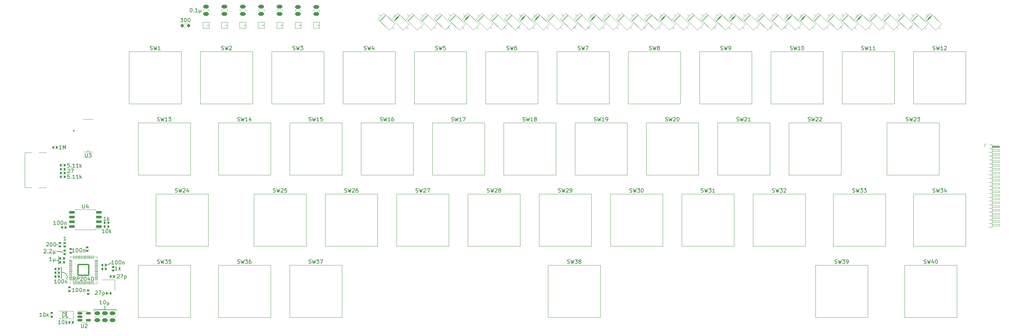
<source format=gto>
G04 #@! TF.GenerationSoftware,KiCad,Pcbnew,(6.0.4)*
G04 #@! TF.CreationDate,2022-06-01T02:41:54-07:00*
G04 #@! TF.ProjectId,ditto,64697474-6f2e-46b6-9963-61645f706362,rev?*
G04 #@! TF.SameCoordinates,Original*
G04 #@! TF.FileFunction,Legend,Top*
G04 #@! TF.FilePolarity,Positive*
%FSLAX46Y46*%
G04 Gerber Fmt 4.6, Leading zero omitted, Abs format (unit mm)*
G04 Created by KiCad (PCBNEW (6.0.4)) date 2022-06-01 02:41:54*
%MOMM*%
%LPD*%
G01*
G04 APERTURE LIST*
G04 Aperture macros list*
%AMRoundRect*
0 Rectangle with rounded corners*
0 $1 Rounding radius*
0 $2 $3 $4 $5 $6 $7 $8 $9 X,Y pos of 4 corners*
0 Add a 4 corners polygon primitive as box body*
4,1,4,$2,$3,$4,$5,$6,$7,$8,$9,$2,$3,0*
0 Add four circle primitives for the rounded corners*
1,1,$1+$1,$2,$3*
1,1,$1+$1,$4,$5*
1,1,$1+$1,$6,$7*
1,1,$1+$1,$8,$9*
0 Add four rect primitives between the rounded corners*
20,1,$1+$1,$2,$3,$4,$5,0*
20,1,$1+$1,$4,$5,$6,$7,0*
20,1,$1+$1,$6,$7,$8,$9,0*
20,1,$1+$1,$8,$9,$2,$3,0*%
%AMHorizOval*
0 Thick line with rounded ends*
0 $1 width*
0 $2 $3 position (X,Y) of the first rounded end (center of the circle)*
0 $4 $5 position (X,Y) of the second rounded end (center of the circle)*
0 Add line between two ends*
20,1,$1,$2,$3,$4,$5,0*
0 Add two circle primitives to create the rounded ends*
1,1,$1,$2,$3*
1,1,$1,$4,$5*%
%AMRotRect*
0 Rectangle, with rotation*
0 The origin of the aperture is its center*
0 $1 length*
0 $2 width*
0 $3 Rotation angle, in degrees counterclockwise*
0 Add horizontal line*
21,1,$1,$2,0,0,$3*%
G04 Aperture macros list end*
%ADD10C,0.150000*%
%ADD11C,0.120000*%
%ADD12C,0.100000*%
%ADD13R,1.981200X0.558800*%
%ADD14C,4.000000*%
%ADD15C,1.700000*%
%ADD16C,2.200000*%
%ADD17R,0.900000X1.200000*%
%ADD18RotRect,1.600000X1.600000X315.000000*%
%ADD19HorizOval,1.600000X0.000000X0.000000X0.000000X0.000000X0*%
%ADD20C,3.050000*%
%ADD21RoundRect,0.140000X-0.170000X0.140000X-0.170000X-0.140000X0.170000X-0.140000X0.170000X0.140000X0*%
%ADD22RoundRect,0.140000X0.140000X0.170000X-0.140000X0.170000X-0.140000X-0.170000X0.140000X-0.170000X0*%
%ADD23RoundRect,0.250000X-0.475000X0.250000X-0.475000X-0.250000X0.475000X-0.250000X0.475000X0.250000X0*%
%ADD24RoundRect,0.140000X-0.140000X-0.170000X0.140000X-0.170000X0.140000X0.170000X-0.140000X0.170000X0*%
%ADD25R,0.550000X0.550000*%
%ADD26RoundRect,0.250000X0.475000X-0.250000X0.475000X0.250000X-0.475000X0.250000X-0.475000X-0.250000X0*%
%ADD27R,0.850000X0.850000*%
%ADD28O,0.850000X0.850000*%
%ADD29RoundRect,0.050000X0.050000X-0.387500X0.050000X0.387500X-0.050000X0.387500X-0.050000X-0.387500X0*%
%ADD30RoundRect,0.050000X0.387500X-0.050000X0.387500X0.050000X-0.387500X0.050000X-0.387500X-0.050000X0*%
%ADD31RoundRect,0.144000X1.456000X-1.456000X1.456000X1.456000X-1.456000X1.456000X-1.456000X-1.456000X0*%
%ADD32RoundRect,0.150000X0.650000X0.150000X-0.650000X0.150000X-0.650000X-0.150000X0.650000X-0.150000X0*%
%ADD33RoundRect,0.140000X0.170000X-0.140000X0.170000X0.140000X-0.170000X0.140000X-0.170000X-0.140000X0*%
%ADD34R,1.150000X1.000000*%
%ADD35C,3.800000*%
%ADD36RoundRect,0.200000X0.200000X0.275000X-0.200000X0.275000X-0.200000X-0.275000X0.200000X-0.275000X0*%
%ADD37RoundRect,0.150000X-0.512500X-0.150000X0.512500X-0.150000X0.512500X0.150000X-0.512500X0.150000X0*%
%ADD38C,0.650000*%
%ADD39R,1.450000X0.600000*%
%ADD40R,1.450000X0.300000*%
%ADD41O,1.600000X1.000000*%
%ADD42O,2.100000X1.000000*%
G04 APERTURE END LIST*
D10*
X124700000Y-189600000D02*
X123700000Y-190200000D01*
X111750000Y-202750000D02*
X112750000Y-203500000D01*
X112500000Y-202750000D02*
X112500000Y-203000000D01*
X112750000Y-204250000D02*
X113000000Y-204250000D01*
X112750000Y-203500000D02*
X111750000Y-204250000D01*
X112750000Y-202750000D02*
X112500000Y-202750000D01*
X111200000Y-190800000D02*
X111400000Y-190800000D01*
X112799951Y-193999978D02*
G75*
G03*
X111500609Y-192093652I-1225651J560578D01*
G01*
X111750000Y-204250000D02*
X111750000Y-202750000D01*
X112750000Y-204250000D02*
X112750000Y-202750000D01*
X120000000Y-202300000D02*
X120000000Y-202100000D01*
X126000000Y-202100000D02*
X126000000Y-202300000D01*
X110600000Y-189900000D02*
X110800000Y-189900000D01*
X113000000Y-204250000D02*
X113000000Y-204000000D01*
X123000000Y-202100000D02*
X123000000Y-201000000D01*
X120000000Y-202100000D02*
X126000000Y-202100000D01*
X110000000Y-184700000D02*
X110400000Y-184700000D01*
X110600000Y-187900000D02*
X110600000Y-189900000D01*
X110600000Y-187900000D02*
X110800000Y-187900000D01*
X111400000Y-190800000D02*
X111400000Y-193700000D01*
X111400000Y-193700000D02*
X111200000Y-193700000D01*
X110600000Y-188900000D02*
X110000000Y-188900000D01*
X110100000Y-186500000D02*
X111700000Y-186700000D01*
X117738095Y-160352380D02*
X117738095Y-161161904D01*
X117785714Y-161257142D01*
X117833333Y-161304761D01*
X117928571Y-161352380D01*
X118119047Y-161352380D01*
X118214285Y-161304761D01*
X118261904Y-161257142D01*
X118309523Y-161161904D01*
X118309523Y-160352380D01*
X118690476Y-160352380D02*
X119309523Y-160352380D01*
X118976190Y-160733333D01*
X119119047Y-160733333D01*
X119214285Y-160780952D01*
X119261904Y-160828571D01*
X119309523Y-160923809D01*
X119309523Y-161161904D01*
X119261904Y-161257142D01*
X119214285Y-161304761D01*
X119119047Y-161352380D01*
X118833333Y-161352380D01*
X118738095Y-161304761D01*
X118690476Y-161257142D01*
X215600476Y-151610761D02*
X215743333Y-151658380D01*
X215981428Y-151658380D01*
X216076666Y-151610761D01*
X216124285Y-151563142D01*
X216171904Y-151467904D01*
X216171904Y-151372666D01*
X216124285Y-151277428D01*
X216076666Y-151229809D01*
X215981428Y-151182190D01*
X215790952Y-151134571D01*
X215695714Y-151086952D01*
X215648095Y-151039333D01*
X215600476Y-150944095D01*
X215600476Y-150848857D01*
X215648095Y-150753619D01*
X215695714Y-150706000D01*
X215790952Y-150658380D01*
X216029047Y-150658380D01*
X216171904Y-150706000D01*
X216505238Y-150658380D02*
X216743333Y-151658380D01*
X216933809Y-150944095D01*
X217124285Y-151658380D01*
X217362380Y-150658380D01*
X218267142Y-151658380D02*
X217695714Y-151658380D01*
X217981428Y-151658380D02*
X217981428Y-150658380D01*
X217886190Y-150801238D01*
X217790952Y-150896476D01*
X217695714Y-150944095D01*
X218600476Y-150658380D02*
X219267142Y-150658380D01*
X218838571Y-151658380D01*
X196550476Y-151610761D02*
X196693333Y-151658380D01*
X196931428Y-151658380D01*
X197026666Y-151610761D01*
X197074285Y-151563142D01*
X197121904Y-151467904D01*
X197121904Y-151372666D01*
X197074285Y-151277428D01*
X197026666Y-151229809D01*
X196931428Y-151182190D01*
X196740952Y-151134571D01*
X196645714Y-151086952D01*
X196598095Y-151039333D01*
X196550476Y-150944095D01*
X196550476Y-150848857D01*
X196598095Y-150753619D01*
X196645714Y-150706000D01*
X196740952Y-150658380D01*
X196979047Y-150658380D01*
X197121904Y-150706000D01*
X197455238Y-150658380D02*
X197693333Y-151658380D01*
X197883809Y-150944095D01*
X198074285Y-151658380D01*
X198312380Y-150658380D01*
X199217142Y-151658380D02*
X198645714Y-151658380D01*
X198931428Y-151658380D02*
X198931428Y-150658380D01*
X198836190Y-150801238D01*
X198740952Y-150896476D01*
X198645714Y-150944095D01*
X200074285Y-150658380D02*
X199883809Y-150658380D01*
X199788571Y-150706000D01*
X199740952Y-150753619D01*
X199645714Y-150896476D01*
X199598095Y-151086952D01*
X199598095Y-151467904D01*
X199645714Y-151563142D01*
X199693333Y-151610761D01*
X199788571Y-151658380D01*
X199979047Y-151658380D01*
X200074285Y-151610761D01*
X200121904Y-151563142D01*
X200169523Y-151467904D01*
X200169523Y-151229809D01*
X200121904Y-151134571D01*
X200074285Y-151086952D01*
X199979047Y-151039333D01*
X199788571Y-151039333D01*
X199693333Y-151086952D01*
X199645714Y-151134571D01*
X199598095Y-151229809D01*
X230364166Y-132560761D02*
X230507023Y-132608380D01*
X230745119Y-132608380D01*
X230840357Y-132560761D01*
X230887976Y-132513142D01*
X230935595Y-132417904D01*
X230935595Y-132322666D01*
X230887976Y-132227428D01*
X230840357Y-132179809D01*
X230745119Y-132132190D01*
X230554642Y-132084571D01*
X230459404Y-132036952D01*
X230411785Y-131989333D01*
X230364166Y-131894095D01*
X230364166Y-131798857D01*
X230411785Y-131703619D01*
X230459404Y-131656000D01*
X230554642Y-131608380D01*
X230792738Y-131608380D01*
X230935595Y-131656000D01*
X231268928Y-131608380D02*
X231507023Y-132608380D01*
X231697500Y-131894095D01*
X231887976Y-132608380D01*
X232126071Y-131608380D01*
X232935595Y-131608380D02*
X232745119Y-131608380D01*
X232649880Y-131656000D01*
X232602261Y-131703619D01*
X232507023Y-131846476D01*
X232459404Y-132036952D01*
X232459404Y-132417904D01*
X232507023Y-132513142D01*
X232554642Y-132560761D01*
X232649880Y-132608380D01*
X232840357Y-132608380D01*
X232935595Y-132560761D01*
X232983214Y-132513142D01*
X233030833Y-132417904D01*
X233030833Y-132179809D01*
X232983214Y-132084571D01*
X232935595Y-132036952D01*
X232840357Y-131989333D01*
X232649880Y-131989333D01*
X232554642Y-132036952D01*
X232507023Y-132084571D01*
X232459404Y-132179809D01*
X246556726Y-189710761D02*
X246699583Y-189758380D01*
X246937678Y-189758380D01*
X247032916Y-189710761D01*
X247080535Y-189663142D01*
X247128154Y-189567904D01*
X247128154Y-189472666D01*
X247080535Y-189377428D01*
X247032916Y-189329809D01*
X246937678Y-189282190D01*
X246747202Y-189234571D01*
X246651964Y-189186952D01*
X246604345Y-189139333D01*
X246556726Y-189044095D01*
X246556726Y-188948857D01*
X246604345Y-188853619D01*
X246651964Y-188806000D01*
X246747202Y-188758380D01*
X246985297Y-188758380D01*
X247128154Y-188806000D01*
X247461488Y-188758380D02*
X247699583Y-189758380D01*
X247890059Y-189044095D01*
X248080535Y-189758380D01*
X248318630Y-188758380D01*
X248604345Y-188758380D02*
X249223392Y-188758380D01*
X248890059Y-189139333D01*
X249032916Y-189139333D01*
X249128154Y-189186952D01*
X249175773Y-189234571D01*
X249223392Y-189329809D01*
X249223392Y-189567904D01*
X249175773Y-189663142D01*
X249128154Y-189710761D01*
X249032916Y-189758380D01*
X248747202Y-189758380D01*
X248651964Y-189710761D01*
X248604345Y-189663142D01*
X249794821Y-189186952D02*
X249699583Y-189139333D01*
X249651964Y-189091714D01*
X249604345Y-188996476D01*
X249604345Y-188948857D01*
X249651964Y-188853619D01*
X249699583Y-188806000D01*
X249794821Y-188758380D01*
X249985297Y-188758380D01*
X250080535Y-188806000D01*
X250128154Y-188853619D01*
X250175773Y-188948857D01*
X250175773Y-188996476D01*
X250128154Y-189091714D01*
X250080535Y-189139333D01*
X249985297Y-189186952D01*
X249794821Y-189186952D01*
X249699583Y-189234571D01*
X249651964Y-189282190D01*
X249604345Y-189377428D01*
X249604345Y-189567904D01*
X249651964Y-189663142D01*
X249699583Y-189710761D01*
X249794821Y-189758380D01*
X249985297Y-189758380D01*
X250080535Y-189710761D01*
X250128154Y-189663142D01*
X250175773Y-189567904D01*
X250175773Y-189377428D01*
X250128154Y-189282190D01*
X250080535Y-189234571D01*
X249985297Y-189186952D01*
X114880952Y-197352380D02*
X114309523Y-197352380D01*
X114595238Y-197352380D02*
X114595238Y-196352380D01*
X114500000Y-196495238D01*
X114404761Y-196590476D01*
X114309523Y-196638095D01*
X115500000Y-196352380D02*
X115595238Y-196352380D01*
X115690476Y-196400000D01*
X115738095Y-196447619D01*
X115785714Y-196542857D01*
X115833333Y-196733333D01*
X115833333Y-196971428D01*
X115785714Y-197161904D01*
X115738095Y-197257142D01*
X115690476Y-197304761D01*
X115595238Y-197352380D01*
X115500000Y-197352380D01*
X115404761Y-197304761D01*
X115357142Y-197257142D01*
X115309523Y-197161904D01*
X115261904Y-196971428D01*
X115261904Y-196733333D01*
X115309523Y-196542857D01*
X115357142Y-196447619D01*
X115404761Y-196400000D01*
X115500000Y-196352380D01*
X116452380Y-196352380D02*
X116547619Y-196352380D01*
X116642857Y-196400000D01*
X116690476Y-196447619D01*
X116738095Y-196542857D01*
X116785714Y-196733333D01*
X116785714Y-196971428D01*
X116738095Y-197161904D01*
X116690476Y-197257142D01*
X116642857Y-197304761D01*
X116547619Y-197352380D01*
X116452380Y-197352380D01*
X116357142Y-197304761D01*
X116309523Y-197257142D01*
X116261904Y-197161904D01*
X116214285Y-196971428D01*
X116214285Y-196733333D01*
X116261904Y-196542857D01*
X116309523Y-196447619D01*
X116357142Y-196400000D01*
X116452380Y-196352380D01*
X117214285Y-196685714D02*
X117214285Y-197352380D01*
X117214285Y-196780952D02*
X117261904Y-196733333D01*
X117357142Y-196685714D01*
X117500000Y-196685714D01*
X117595238Y-196733333D01*
X117642857Y-196828571D01*
X117642857Y-197352380D01*
X108761904Y-189052380D02*
X108190476Y-189052380D01*
X108476190Y-189052380D02*
X108476190Y-188052380D01*
X108380952Y-188195238D01*
X108285714Y-188290476D01*
X108190476Y-188338095D01*
X109190476Y-188385714D02*
X109190476Y-189385714D01*
X109666666Y-188909523D02*
X109714285Y-189004761D01*
X109809523Y-189052380D01*
X109190476Y-188909523D02*
X109238095Y-189004761D01*
X109333333Y-189052380D01*
X109523809Y-189052380D01*
X109619047Y-189004761D01*
X109666666Y-188909523D01*
X109666666Y-188385714D01*
X111154761Y-205952380D02*
X110583333Y-205952380D01*
X110869047Y-205952380D02*
X110869047Y-204952380D01*
X110773809Y-205095238D01*
X110678571Y-205190476D01*
X110583333Y-205238095D01*
X111773809Y-204952380D02*
X111869047Y-204952380D01*
X111964285Y-205000000D01*
X112011904Y-205047619D01*
X112059523Y-205142857D01*
X112107142Y-205333333D01*
X112107142Y-205571428D01*
X112059523Y-205761904D01*
X112011904Y-205857142D01*
X111964285Y-205904761D01*
X111869047Y-205952380D01*
X111773809Y-205952380D01*
X111678571Y-205904761D01*
X111630952Y-205857142D01*
X111583333Y-205761904D01*
X111535714Y-205571428D01*
X111535714Y-205333333D01*
X111583333Y-205142857D01*
X111630952Y-205047619D01*
X111678571Y-205000000D01*
X111773809Y-204952380D01*
X112535714Y-205952380D02*
X112535714Y-204952380D01*
X112630952Y-205571428D02*
X112916666Y-205952380D01*
X112916666Y-205285714D02*
X112535714Y-205666666D01*
X106726190Y-186047619D02*
X106773809Y-186000000D01*
X106869047Y-185952380D01*
X107107142Y-185952380D01*
X107202380Y-186000000D01*
X107250000Y-186047619D01*
X107297619Y-186142857D01*
X107297619Y-186238095D01*
X107250000Y-186380952D01*
X106678571Y-186952380D01*
X107297619Y-186952380D01*
X107726190Y-186857142D02*
X107773809Y-186904761D01*
X107726190Y-186952380D01*
X107678571Y-186904761D01*
X107726190Y-186857142D01*
X107726190Y-186952380D01*
X108154761Y-186047619D02*
X108202380Y-186000000D01*
X108297619Y-185952380D01*
X108535714Y-185952380D01*
X108630952Y-186000000D01*
X108678571Y-186047619D01*
X108726190Y-186142857D01*
X108726190Y-186238095D01*
X108678571Y-186380952D01*
X108107142Y-186952380D01*
X108726190Y-186952380D01*
X109154761Y-186285714D02*
X109154761Y-187285714D01*
X109630952Y-186809523D02*
X109678571Y-186904761D01*
X109773809Y-186952380D01*
X109154761Y-186809523D02*
X109202380Y-186904761D01*
X109297619Y-186952380D01*
X109488095Y-186952380D01*
X109583333Y-186904761D01*
X109630952Y-186809523D01*
X109630952Y-186285714D01*
X211314166Y-132560761D02*
X211457023Y-132608380D01*
X211695119Y-132608380D01*
X211790357Y-132560761D01*
X211837976Y-132513142D01*
X211885595Y-132417904D01*
X211885595Y-132322666D01*
X211837976Y-132227428D01*
X211790357Y-132179809D01*
X211695119Y-132132190D01*
X211504642Y-132084571D01*
X211409404Y-132036952D01*
X211361785Y-131989333D01*
X211314166Y-131894095D01*
X211314166Y-131798857D01*
X211361785Y-131703619D01*
X211409404Y-131656000D01*
X211504642Y-131608380D01*
X211742738Y-131608380D01*
X211885595Y-131656000D01*
X212218928Y-131608380D02*
X212457023Y-132608380D01*
X212647500Y-131894095D01*
X212837976Y-132608380D01*
X213076071Y-131608380D01*
X213933214Y-131608380D02*
X213457023Y-131608380D01*
X213409404Y-132084571D01*
X213457023Y-132036952D01*
X213552261Y-131989333D01*
X213790357Y-131989333D01*
X213885595Y-132036952D01*
X213933214Y-132084571D01*
X213980833Y-132179809D01*
X213980833Y-132417904D01*
X213933214Y-132513142D01*
X213885595Y-132560761D01*
X213790357Y-132608380D01*
X213552261Y-132608380D01*
X213457023Y-132560761D01*
X213409404Y-132513142D01*
X234650476Y-151610761D02*
X234793333Y-151658380D01*
X235031428Y-151658380D01*
X235126666Y-151610761D01*
X235174285Y-151563142D01*
X235221904Y-151467904D01*
X235221904Y-151372666D01*
X235174285Y-151277428D01*
X235126666Y-151229809D01*
X235031428Y-151182190D01*
X234840952Y-151134571D01*
X234745714Y-151086952D01*
X234698095Y-151039333D01*
X234650476Y-150944095D01*
X234650476Y-150848857D01*
X234698095Y-150753619D01*
X234745714Y-150706000D01*
X234840952Y-150658380D01*
X235079047Y-150658380D01*
X235221904Y-150706000D01*
X235555238Y-150658380D02*
X235793333Y-151658380D01*
X235983809Y-150944095D01*
X236174285Y-151658380D01*
X236412380Y-150658380D01*
X237317142Y-151658380D02*
X236745714Y-151658380D01*
X237031428Y-151658380D02*
X237031428Y-150658380D01*
X236936190Y-150801238D01*
X236840952Y-150896476D01*
X236745714Y-150944095D01*
X237888571Y-151086952D02*
X237793333Y-151039333D01*
X237745714Y-150991714D01*
X237698095Y-150896476D01*
X237698095Y-150848857D01*
X237745714Y-150753619D01*
X237793333Y-150706000D01*
X237888571Y-150658380D01*
X238079047Y-150658380D01*
X238174285Y-150706000D01*
X238221904Y-150753619D01*
X238269523Y-150848857D01*
X238269523Y-150896476D01*
X238221904Y-150991714D01*
X238174285Y-151039333D01*
X238079047Y-151086952D01*
X237888571Y-151086952D01*
X237793333Y-151134571D01*
X237745714Y-151182190D01*
X237698095Y-151277428D01*
X237698095Y-151467904D01*
X237745714Y-151563142D01*
X237793333Y-151610761D01*
X237888571Y-151658380D01*
X238079047Y-151658380D01*
X238174285Y-151610761D01*
X238221904Y-151563142D01*
X238269523Y-151467904D01*
X238269523Y-151277428D01*
X238221904Y-151182190D01*
X238174285Y-151134571D01*
X238079047Y-151086952D01*
X344187976Y-132560761D02*
X344330833Y-132608380D01*
X344568928Y-132608380D01*
X344664166Y-132560761D01*
X344711785Y-132513142D01*
X344759404Y-132417904D01*
X344759404Y-132322666D01*
X344711785Y-132227428D01*
X344664166Y-132179809D01*
X344568928Y-132132190D01*
X344378452Y-132084571D01*
X344283214Y-132036952D01*
X344235595Y-131989333D01*
X344187976Y-131894095D01*
X344187976Y-131798857D01*
X344235595Y-131703619D01*
X344283214Y-131656000D01*
X344378452Y-131608380D01*
X344616547Y-131608380D01*
X344759404Y-131656000D01*
X345092738Y-131608380D02*
X345330833Y-132608380D01*
X345521309Y-131894095D01*
X345711785Y-132608380D01*
X345949880Y-131608380D01*
X346854642Y-132608380D02*
X346283214Y-132608380D01*
X346568928Y-132608380D02*
X346568928Y-131608380D01*
X346473690Y-131751238D01*
X346378452Y-131846476D01*
X346283214Y-131894095D01*
X347235595Y-131703619D02*
X347283214Y-131656000D01*
X347378452Y-131608380D01*
X347616547Y-131608380D01*
X347711785Y-131656000D01*
X347759404Y-131703619D01*
X347807023Y-131798857D01*
X347807023Y-131894095D01*
X347759404Y-132036952D01*
X347187976Y-132608380D01*
X347807023Y-132608380D01*
X120435714Y-197185119D02*
X120483333Y-197137500D01*
X120578571Y-197089880D01*
X120816666Y-197089880D01*
X120911904Y-197137500D01*
X120959523Y-197185119D01*
X121007142Y-197280357D01*
X121007142Y-197375595D01*
X120959523Y-197518452D01*
X120388095Y-198089880D01*
X121007142Y-198089880D01*
X121340476Y-197089880D02*
X122007142Y-197089880D01*
X121578571Y-198089880D01*
X122388095Y-197423214D02*
X122388095Y-198423214D01*
X122388095Y-197470833D02*
X122483333Y-197423214D01*
X122673809Y-197423214D01*
X122769047Y-197470833D01*
X122816666Y-197518452D01*
X122864285Y-197613690D01*
X122864285Y-197899404D01*
X122816666Y-197994642D01*
X122769047Y-198042261D01*
X122673809Y-198089880D01*
X122483333Y-198089880D01*
X122388095Y-198042261D01*
X325137976Y-132560761D02*
X325280833Y-132608380D01*
X325518928Y-132608380D01*
X325614166Y-132560761D01*
X325661785Y-132513142D01*
X325709404Y-132417904D01*
X325709404Y-132322666D01*
X325661785Y-132227428D01*
X325614166Y-132179809D01*
X325518928Y-132132190D01*
X325328452Y-132084571D01*
X325233214Y-132036952D01*
X325185595Y-131989333D01*
X325137976Y-131894095D01*
X325137976Y-131798857D01*
X325185595Y-131703619D01*
X325233214Y-131656000D01*
X325328452Y-131608380D01*
X325566547Y-131608380D01*
X325709404Y-131656000D01*
X326042738Y-131608380D02*
X326280833Y-132608380D01*
X326471309Y-131894095D01*
X326661785Y-132608380D01*
X326899880Y-131608380D01*
X327804642Y-132608380D02*
X327233214Y-132608380D01*
X327518928Y-132608380D02*
X327518928Y-131608380D01*
X327423690Y-131751238D01*
X327328452Y-131846476D01*
X327233214Y-131894095D01*
X328757023Y-132608380D02*
X328185595Y-132608380D01*
X328471309Y-132608380D02*
X328471309Y-131608380D01*
X328376071Y-131751238D01*
X328280833Y-131846476D01*
X328185595Y-131894095D01*
X158450476Y-189710761D02*
X158593333Y-189758380D01*
X158831428Y-189758380D01*
X158926666Y-189710761D01*
X158974285Y-189663142D01*
X159021904Y-189567904D01*
X159021904Y-189472666D01*
X158974285Y-189377428D01*
X158926666Y-189329809D01*
X158831428Y-189282190D01*
X158640952Y-189234571D01*
X158545714Y-189186952D01*
X158498095Y-189139333D01*
X158450476Y-189044095D01*
X158450476Y-188948857D01*
X158498095Y-188853619D01*
X158545714Y-188806000D01*
X158640952Y-188758380D01*
X158879047Y-188758380D01*
X159021904Y-188806000D01*
X159355238Y-188758380D02*
X159593333Y-189758380D01*
X159783809Y-189044095D01*
X159974285Y-189758380D01*
X160212380Y-188758380D01*
X160498095Y-188758380D02*
X161117142Y-188758380D01*
X160783809Y-189139333D01*
X160926666Y-189139333D01*
X161021904Y-189186952D01*
X161069523Y-189234571D01*
X161117142Y-189329809D01*
X161117142Y-189567904D01*
X161069523Y-189663142D01*
X161021904Y-189710761D01*
X160926666Y-189758380D01*
X160640952Y-189758380D01*
X160545714Y-189710761D01*
X160498095Y-189663142D01*
X161974285Y-188758380D02*
X161783809Y-188758380D01*
X161688571Y-188806000D01*
X161640952Y-188853619D01*
X161545714Y-188996476D01*
X161498095Y-189186952D01*
X161498095Y-189567904D01*
X161545714Y-189663142D01*
X161593333Y-189710761D01*
X161688571Y-189758380D01*
X161879047Y-189758380D01*
X161974285Y-189710761D01*
X162021904Y-189663142D01*
X162069523Y-189567904D01*
X162069523Y-189329809D01*
X162021904Y-189234571D01*
X161974285Y-189186952D01*
X161879047Y-189139333D01*
X161688571Y-189139333D01*
X161593333Y-189186952D01*
X161545714Y-189234571D01*
X161498095Y-189329809D01*
X106154761Y-203952380D02*
X105583333Y-203952380D01*
X105869047Y-203952380D02*
X105869047Y-202952380D01*
X105773809Y-203095238D01*
X105678571Y-203190476D01*
X105583333Y-203238095D01*
X106773809Y-202952380D02*
X106869047Y-202952380D01*
X106964285Y-203000000D01*
X107011904Y-203047619D01*
X107059523Y-203142857D01*
X107107142Y-203333333D01*
X107107142Y-203571428D01*
X107059523Y-203761904D01*
X107011904Y-203857142D01*
X106964285Y-203904761D01*
X106869047Y-203952380D01*
X106773809Y-203952380D01*
X106678571Y-203904761D01*
X106630952Y-203857142D01*
X106583333Y-203761904D01*
X106535714Y-203571428D01*
X106535714Y-203333333D01*
X106583333Y-203142857D01*
X106630952Y-203047619D01*
X106678571Y-203000000D01*
X106773809Y-202952380D01*
X107535714Y-203952380D02*
X107535714Y-202952380D01*
X107630952Y-203571428D02*
X107916666Y-203952380D01*
X107916666Y-203285714D02*
X107535714Y-203666666D01*
X112585714Y-183552380D02*
X112014285Y-183552380D01*
X112300000Y-183552380D02*
X112300000Y-182552380D01*
X112204761Y-182695238D01*
X112109523Y-182790476D01*
X112014285Y-182838095D01*
X137019226Y-151610761D02*
X137162083Y-151658380D01*
X137400178Y-151658380D01*
X137495416Y-151610761D01*
X137543035Y-151563142D01*
X137590654Y-151467904D01*
X137590654Y-151372666D01*
X137543035Y-151277428D01*
X137495416Y-151229809D01*
X137400178Y-151182190D01*
X137209702Y-151134571D01*
X137114464Y-151086952D01*
X137066845Y-151039333D01*
X137019226Y-150944095D01*
X137019226Y-150848857D01*
X137066845Y-150753619D01*
X137114464Y-150706000D01*
X137209702Y-150658380D01*
X137447797Y-150658380D01*
X137590654Y-150706000D01*
X137923988Y-150658380D02*
X138162083Y-151658380D01*
X138352559Y-150944095D01*
X138543035Y-151658380D01*
X138781130Y-150658380D01*
X139685892Y-151658380D02*
X139114464Y-151658380D01*
X139400178Y-151658380D02*
X139400178Y-150658380D01*
X139304940Y-150801238D01*
X139209702Y-150896476D01*
X139114464Y-150944095D01*
X140019226Y-150658380D02*
X140638273Y-150658380D01*
X140304940Y-151039333D01*
X140447797Y-151039333D01*
X140543035Y-151086952D01*
X140590654Y-151134571D01*
X140638273Y-151229809D01*
X140638273Y-151467904D01*
X140590654Y-151563142D01*
X140543035Y-151610761D01*
X140447797Y-151658380D01*
X140162083Y-151658380D01*
X140066845Y-151610761D01*
X140019226Y-151563142D01*
X206075476Y-170660761D02*
X206218333Y-170708380D01*
X206456428Y-170708380D01*
X206551666Y-170660761D01*
X206599285Y-170613142D01*
X206646904Y-170517904D01*
X206646904Y-170422666D01*
X206599285Y-170327428D01*
X206551666Y-170279809D01*
X206456428Y-170232190D01*
X206265952Y-170184571D01*
X206170714Y-170136952D01*
X206123095Y-170089333D01*
X206075476Y-169994095D01*
X206075476Y-169898857D01*
X206123095Y-169803619D01*
X206170714Y-169756000D01*
X206265952Y-169708380D01*
X206504047Y-169708380D01*
X206646904Y-169756000D01*
X206980238Y-169708380D02*
X207218333Y-170708380D01*
X207408809Y-169994095D01*
X207599285Y-170708380D01*
X207837380Y-169708380D01*
X208170714Y-169803619D02*
X208218333Y-169756000D01*
X208313571Y-169708380D01*
X208551666Y-169708380D01*
X208646904Y-169756000D01*
X208694523Y-169803619D01*
X208742142Y-169898857D01*
X208742142Y-169994095D01*
X208694523Y-170136952D01*
X208123095Y-170708380D01*
X208742142Y-170708380D01*
X209075476Y-169708380D02*
X209742142Y-169708380D01*
X209313571Y-170708380D01*
X115104761Y-194352380D02*
X114771428Y-193876190D01*
X114533333Y-194352380D02*
X114533333Y-193352380D01*
X114914285Y-193352380D01*
X115009523Y-193400000D01*
X115057142Y-193447619D01*
X115104761Y-193542857D01*
X115104761Y-193685714D01*
X115057142Y-193780952D01*
X115009523Y-193828571D01*
X114914285Y-193876190D01*
X114533333Y-193876190D01*
X115533333Y-194352380D02*
X115533333Y-193352380D01*
X115914285Y-193352380D01*
X116009523Y-193400000D01*
X116057142Y-193447619D01*
X116104761Y-193542857D01*
X116104761Y-193685714D01*
X116057142Y-193780952D01*
X116009523Y-193828571D01*
X115914285Y-193876190D01*
X115533333Y-193876190D01*
X116485714Y-193447619D02*
X116533333Y-193400000D01*
X116628571Y-193352380D01*
X116866666Y-193352380D01*
X116961904Y-193400000D01*
X117009523Y-193447619D01*
X117057142Y-193542857D01*
X117057142Y-193638095D01*
X117009523Y-193780952D01*
X116438095Y-194352380D01*
X117057142Y-194352380D01*
X117676190Y-193352380D02*
X117771428Y-193352380D01*
X117866666Y-193400000D01*
X117914285Y-193447619D01*
X117961904Y-193542857D01*
X118009523Y-193733333D01*
X118009523Y-193971428D01*
X117961904Y-194161904D01*
X117914285Y-194257142D01*
X117866666Y-194304761D01*
X117771428Y-194352380D01*
X117676190Y-194352380D01*
X117580952Y-194304761D01*
X117533333Y-194257142D01*
X117485714Y-194161904D01*
X117438095Y-193971428D01*
X117438095Y-193733333D01*
X117485714Y-193542857D01*
X117533333Y-193447619D01*
X117580952Y-193400000D01*
X117676190Y-193352380D01*
X118866666Y-193685714D02*
X118866666Y-194352380D01*
X118628571Y-193304761D02*
X118390476Y-194019047D01*
X119009523Y-194019047D01*
X119580952Y-193352380D02*
X119676190Y-193352380D01*
X119771428Y-193400000D01*
X119819047Y-193447619D01*
X119866666Y-193542857D01*
X119914285Y-193733333D01*
X119914285Y-193971428D01*
X119866666Y-194161904D01*
X119819047Y-194257142D01*
X119771428Y-194304761D01*
X119676190Y-194352380D01*
X119580952Y-194352380D01*
X119485714Y-194304761D01*
X119438095Y-194257142D01*
X119390476Y-194161904D01*
X119342857Y-193971428D01*
X119342857Y-193733333D01*
X119390476Y-193542857D01*
X119438095Y-193447619D01*
X119485714Y-193400000D01*
X119580952Y-193352380D01*
X126285714Y-192797619D02*
X126333333Y-192750000D01*
X126428571Y-192702380D01*
X126666666Y-192702380D01*
X126761904Y-192750000D01*
X126809523Y-192797619D01*
X126857142Y-192892857D01*
X126857142Y-192988095D01*
X126809523Y-193130952D01*
X126238095Y-193702380D01*
X126857142Y-193702380D01*
X127190476Y-192702380D02*
X127857142Y-192702380D01*
X127428571Y-193702380D01*
X128238095Y-193035714D02*
X128238095Y-194035714D01*
X128238095Y-193083333D02*
X128333333Y-193035714D01*
X128523809Y-193035714D01*
X128619047Y-193083333D01*
X128666666Y-193130952D01*
X128714285Y-193226190D01*
X128714285Y-193511904D01*
X128666666Y-193607142D01*
X128619047Y-193654761D01*
X128523809Y-193702380D01*
X128333333Y-193702380D01*
X128238095Y-193654761D01*
X110080952Y-195052380D02*
X109509523Y-195052380D01*
X109795238Y-195052380D02*
X109795238Y-194052380D01*
X109700000Y-194195238D01*
X109604761Y-194290476D01*
X109509523Y-194338095D01*
X110700000Y-194052380D02*
X110795238Y-194052380D01*
X110890476Y-194100000D01*
X110938095Y-194147619D01*
X110985714Y-194242857D01*
X111033333Y-194433333D01*
X111033333Y-194671428D01*
X110985714Y-194861904D01*
X110938095Y-194957142D01*
X110890476Y-195004761D01*
X110795238Y-195052380D01*
X110700000Y-195052380D01*
X110604761Y-195004761D01*
X110557142Y-194957142D01*
X110509523Y-194861904D01*
X110461904Y-194671428D01*
X110461904Y-194433333D01*
X110509523Y-194242857D01*
X110557142Y-194147619D01*
X110604761Y-194100000D01*
X110700000Y-194052380D01*
X111652380Y-194052380D02*
X111747619Y-194052380D01*
X111842857Y-194100000D01*
X111890476Y-194147619D01*
X111938095Y-194242857D01*
X111985714Y-194433333D01*
X111985714Y-194671428D01*
X111938095Y-194861904D01*
X111890476Y-194957142D01*
X111842857Y-195004761D01*
X111747619Y-195052380D01*
X111652380Y-195052380D01*
X111557142Y-195004761D01*
X111509523Y-194957142D01*
X111461904Y-194861904D01*
X111414285Y-194671428D01*
X111414285Y-194433333D01*
X111461904Y-194242857D01*
X111509523Y-194147619D01*
X111557142Y-194100000D01*
X111652380Y-194052380D01*
X112414285Y-194385714D02*
X112414285Y-195052380D01*
X112414285Y-194480952D02*
X112461904Y-194433333D01*
X112557142Y-194385714D01*
X112700000Y-194385714D01*
X112795238Y-194433333D01*
X112842857Y-194528571D01*
X112842857Y-195052380D01*
X301325476Y-170660761D02*
X301468333Y-170708380D01*
X301706428Y-170708380D01*
X301801666Y-170660761D01*
X301849285Y-170613142D01*
X301896904Y-170517904D01*
X301896904Y-170422666D01*
X301849285Y-170327428D01*
X301801666Y-170279809D01*
X301706428Y-170232190D01*
X301515952Y-170184571D01*
X301420714Y-170136952D01*
X301373095Y-170089333D01*
X301325476Y-169994095D01*
X301325476Y-169898857D01*
X301373095Y-169803619D01*
X301420714Y-169756000D01*
X301515952Y-169708380D01*
X301754047Y-169708380D01*
X301896904Y-169756000D01*
X302230238Y-169708380D02*
X302468333Y-170708380D01*
X302658809Y-169994095D01*
X302849285Y-170708380D01*
X303087380Y-169708380D01*
X303373095Y-169708380D02*
X303992142Y-169708380D01*
X303658809Y-170089333D01*
X303801666Y-170089333D01*
X303896904Y-170136952D01*
X303944523Y-170184571D01*
X303992142Y-170279809D01*
X303992142Y-170517904D01*
X303944523Y-170613142D01*
X303896904Y-170660761D01*
X303801666Y-170708380D01*
X303515952Y-170708380D01*
X303420714Y-170660761D01*
X303373095Y-170613142D01*
X304373095Y-169803619D02*
X304420714Y-169756000D01*
X304515952Y-169708380D01*
X304754047Y-169708380D01*
X304849285Y-169756000D01*
X304896904Y-169803619D01*
X304944523Y-169898857D01*
X304944523Y-169994095D01*
X304896904Y-170136952D01*
X304325476Y-170708380D01*
X304944523Y-170708380D01*
X282275476Y-170660761D02*
X282418333Y-170708380D01*
X282656428Y-170708380D01*
X282751666Y-170660761D01*
X282799285Y-170613142D01*
X282846904Y-170517904D01*
X282846904Y-170422666D01*
X282799285Y-170327428D01*
X282751666Y-170279809D01*
X282656428Y-170232190D01*
X282465952Y-170184571D01*
X282370714Y-170136952D01*
X282323095Y-170089333D01*
X282275476Y-169994095D01*
X282275476Y-169898857D01*
X282323095Y-169803619D01*
X282370714Y-169756000D01*
X282465952Y-169708380D01*
X282704047Y-169708380D01*
X282846904Y-169756000D01*
X283180238Y-169708380D02*
X283418333Y-170708380D01*
X283608809Y-169994095D01*
X283799285Y-170708380D01*
X284037380Y-169708380D01*
X284323095Y-169708380D02*
X284942142Y-169708380D01*
X284608809Y-170089333D01*
X284751666Y-170089333D01*
X284846904Y-170136952D01*
X284894523Y-170184571D01*
X284942142Y-170279809D01*
X284942142Y-170517904D01*
X284894523Y-170613142D01*
X284846904Y-170660761D01*
X284751666Y-170708380D01*
X284465952Y-170708380D01*
X284370714Y-170660761D01*
X284323095Y-170613142D01*
X285894523Y-170708380D02*
X285323095Y-170708380D01*
X285608809Y-170708380D02*
X285608809Y-169708380D01*
X285513571Y-169851238D01*
X285418333Y-169946476D01*
X285323095Y-169994095D01*
X337044226Y-151610761D02*
X337187083Y-151658380D01*
X337425178Y-151658380D01*
X337520416Y-151610761D01*
X337568035Y-151563142D01*
X337615654Y-151467904D01*
X337615654Y-151372666D01*
X337568035Y-151277428D01*
X337520416Y-151229809D01*
X337425178Y-151182190D01*
X337234702Y-151134571D01*
X337139464Y-151086952D01*
X337091845Y-151039333D01*
X337044226Y-150944095D01*
X337044226Y-150848857D01*
X337091845Y-150753619D01*
X337139464Y-150706000D01*
X337234702Y-150658380D01*
X337472797Y-150658380D01*
X337615654Y-150706000D01*
X337948988Y-150658380D02*
X338187083Y-151658380D01*
X338377559Y-150944095D01*
X338568035Y-151658380D01*
X338806130Y-150658380D01*
X339139464Y-150753619D02*
X339187083Y-150706000D01*
X339282321Y-150658380D01*
X339520416Y-150658380D01*
X339615654Y-150706000D01*
X339663273Y-150753619D01*
X339710892Y-150848857D01*
X339710892Y-150944095D01*
X339663273Y-151086952D01*
X339091845Y-151658380D01*
X339710892Y-151658380D01*
X340044226Y-150658380D02*
X340663273Y-150658380D01*
X340329940Y-151039333D01*
X340472797Y-151039333D01*
X340568035Y-151086952D01*
X340615654Y-151134571D01*
X340663273Y-151229809D01*
X340663273Y-151467904D01*
X340615654Y-151563142D01*
X340568035Y-151610761D01*
X340472797Y-151658380D01*
X340187083Y-151658380D01*
X340091845Y-151610761D01*
X340044226Y-151563142D01*
X123250952Y-178252380D02*
X122679523Y-178252380D01*
X122965238Y-178252380D02*
X122965238Y-177252380D01*
X122870000Y-177395238D01*
X122774761Y-177490476D01*
X122679523Y-177538095D01*
X123679523Y-178252380D02*
X123679523Y-177252380D01*
X123774761Y-177871428D02*
X124060476Y-178252380D01*
X124060476Y-177585714D02*
X123679523Y-177966666D01*
X116988095Y-173952380D02*
X116988095Y-174761904D01*
X117035714Y-174857142D01*
X117083333Y-174904761D01*
X117178571Y-174952380D01*
X117369047Y-174952380D01*
X117464285Y-174904761D01*
X117511904Y-174857142D01*
X117559523Y-174761904D01*
X117559523Y-173952380D01*
X118464285Y-174285714D02*
X118464285Y-174952380D01*
X118226190Y-173904761D02*
X117988095Y-174619047D01*
X118607142Y-174619047D01*
X249414166Y-132560761D02*
X249557023Y-132608380D01*
X249795119Y-132608380D01*
X249890357Y-132560761D01*
X249937976Y-132513142D01*
X249985595Y-132417904D01*
X249985595Y-132322666D01*
X249937976Y-132227428D01*
X249890357Y-132179809D01*
X249795119Y-132132190D01*
X249604642Y-132084571D01*
X249509404Y-132036952D01*
X249461785Y-131989333D01*
X249414166Y-131894095D01*
X249414166Y-131798857D01*
X249461785Y-131703619D01*
X249509404Y-131656000D01*
X249604642Y-131608380D01*
X249842738Y-131608380D01*
X249985595Y-131656000D01*
X250318928Y-131608380D02*
X250557023Y-132608380D01*
X250747500Y-131894095D01*
X250937976Y-132608380D01*
X251176071Y-131608380D01*
X251461785Y-131608380D02*
X252128452Y-131608380D01*
X251699880Y-132608380D01*
X137019226Y-189710761D02*
X137162083Y-189758380D01*
X137400178Y-189758380D01*
X137495416Y-189710761D01*
X137543035Y-189663142D01*
X137590654Y-189567904D01*
X137590654Y-189472666D01*
X137543035Y-189377428D01*
X137495416Y-189329809D01*
X137400178Y-189282190D01*
X137209702Y-189234571D01*
X137114464Y-189186952D01*
X137066845Y-189139333D01*
X137019226Y-189044095D01*
X137019226Y-188948857D01*
X137066845Y-188853619D01*
X137114464Y-188806000D01*
X137209702Y-188758380D01*
X137447797Y-188758380D01*
X137590654Y-188806000D01*
X137923988Y-188758380D02*
X138162083Y-189758380D01*
X138352559Y-189044095D01*
X138543035Y-189758380D01*
X138781130Y-188758380D01*
X139066845Y-188758380D02*
X139685892Y-188758380D01*
X139352559Y-189139333D01*
X139495416Y-189139333D01*
X139590654Y-189186952D01*
X139638273Y-189234571D01*
X139685892Y-189329809D01*
X139685892Y-189567904D01*
X139638273Y-189663142D01*
X139590654Y-189710761D01*
X139495416Y-189758380D01*
X139209702Y-189758380D01*
X139114464Y-189710761D01*
X139066845Y-189663142D01*
X140590654Y-188758380D02*
X140114464Y-188758380D01*
X140066845Y-189234571D01*
X140114464Y-189186952D01*
X140209702Y-189139333D01*
X140447797Y-189139333D01*
X140543035Y-189186952D01*
X140590654Y-189234571D01*
X140638273Y-189329809D01*
X140638273Y-189567904D01*
X140590654Y-189663142D01*
X140543035Y-189710761D01*
X140447797Y-189758380D01*
X140209702Y-189758380D01*
X140114464Y-189710761D01*
X140066845Y-189663142D01*
X344187976Y-170660761D02*
X344330833Y-170708380D01*
X344568928Y-170708380D01*
X344664166Y-170660761D01*
X344711785Y-170613142D01*
X344759404Y-170517904D01*
X344759404Y-170422666D01*
X344711785Y-170327428D01*
X344664166Y-170279809D01*
X344568928Y-170232190D01*
X344378452Y-170184571D01*
X344283214Y-170136952D01*
X344235595Y-170089333D01*
X344187976Y-169994095D01*
X344187976Y-169898857D01*
X344235595Y-169803619D01*
X344283214Y-169756000D01*
X344378452Y-169708380D01*
X344616547Y-169708380D01*
X344759404Y-169756000D01*
X345092738Y-169708380D02*
X345330833Y-170708380D01*
X345521309Y-169994095D01*
X345711785Y-170708380D01*
X345949880Y-169708380D01*
X346235595Y-169708380D02*
X346854642Y-169708380D01*
X346521309Y-170089333D01*
X346664166Y-170089333D01*
X346759404Y-170136952D01*
X346807023Y-170184571D01*
X346854642Y-170279809D01*
X346854642Y-170517904D01*
X346807023Y-170613142D01*
X346759404Y-170660761D01*
X346664166Y-170708380D01*
X346378452Y-170708380D01*
X346283214Y-170660761D01*
X346235595Y-170613142D01*
X347711785Y-170041714D02*
X347711785Y-170708380D01*
X347473690Y-169660761D02*
X347235595Y-170375047D01*
X347854642Y-170375047D01*
X192264166Y-132560761D02*
X192407023Y-132608380D01*
X192645119Y-132608380D01*
X192740357Y-132560761D01*
X192787976Y-132513142D01*
X192835595Y-132417904D01*
X192835595Y-132322666D01*
X192787976Y-132227428D01*
X192740357Y-132179809D01*
X192645119Y-132132190D01*
X192454642Y-132084571D01*
X192359404Y-132036952D01*
X192311785Y-131989333D01*
X192264166Y-131894095D01*
X192264166Y-131798857D01*
X192311785Y-131703619D01*
X192359404Y-131656000D01*
X192454642Y-131608380D01*
X192692738Y-131608380D01*
X192835595Y-131656000D01*
X193168928Y-131608380D02*
X193407023Y-132608380D01*
X193597500Y-131894095D01*
X193787976Y-132608380D01*
X194026071Y-131608380D01*
X194835595Y-131941714D02*
X194835595Y-132608380D01*
X194597500Y-131560761D02*
X194359404Y-132275047D01*
X194978452Y-132275047D01*
X122874761Y-181562380D02*
X122303333Y-181562380D01*
X122589047Y-181562380D02*
X122589047Y-180562380D01*
X122493809Y-180705238D01*
X122398571Y-180800476D01*
X122303333Y-180848095D01*
X123493809Y-180562380D02*
X123589047Y-180562380D01*
X123684285Y-180610000D01*
X123731904Y-180657619D01*
X123779523Y-180752857D01*
X123827142Y-180943333D01*
X123827142Y-181181428D01*
X123779523Y-181371904D01*
X123731904Y-181467142D01*
X123684285Y-181514761D01*
X123589047Y-181562380D01*
X123493809Y-181562380D01*
X123398571Y-181514761D01*
X123350952Y-181467142D01*
X123303333Y-181371904D01*
X123255714Y-181181428D01*
X123255714Y-180943333D01*
X123303333Y-180752857D01*
X123350952Y-180657619D01*
X123398571Y-180610000D01*
X123493809Y-180562380D01*
X124255714Y-181562380D02*
X124255714Y-180562380D01*
X124350952Y-181181428D02*
X124636666Y-181562380D01*
X124636666Y-180895714D02*
X124255714Y-181276666D01*
X154164166Y-132560761D02*
X154307023Y-132608380D01*
X154545119Y-132608380D01*
X154640357Y-132560761D01*
X154687976Y-132513142D01*
X154735595Y-132417904D01*
X154735595Y-132322666D01*
X154687976Y-132227428D01*
X154640357Y-132179809D01*
X154545119Y-132132190D01*
X154354642Y-132084571D01*
X154259404Y-132036952D01*
X154211785Y-131989333D01*
X154164166Y-131894095D01*
X154164166Y-131798857D01*
X154211785Y-131703619D01*
X154259404Y-131656000D01*
X154354642Y-131608380D01*
X154592738Y-131608380D01*
X154735595Y-131656000D01*
X155068928Y-131608380D02*
X155307023Y-132608380D01*
X155497500Y-131894095D01*
X155687976Y-132608380D01*
X155926071Y-131608380D01*
X156259404Y-131703619D02*
X156307023Y-131656000D01*
X156402261Y-131608380D01*
X156640357Y-131608380D01*
X156735595Y-131656000D01*
X156783214Y-131703619D01*
X156830833Y-131798857D01*
X156830833Y-131894095D01*
X156783214Y-132036952D01*
X156211785Y-132608380D01*
X156830833Y-132608380D01*
X107361904Y-184247619D02*
X107409523Y-184200000D01*
X107504761Y-184152380D01*
X107742857Y-184152380D01*
X107838095Y-184200000D01*
X107885714Y-184247619D01*
X107933333Y-184342857D01*
X107933333Y-184438095D01*
X107885714Y-184580952D01*
X107314285Y-185152380D01*
X107933333Y-185152380D01*
X108552380Y-184152380D02*
X108647619Y-184152380D01*
X108742857Y-184200000D01*
X108790476Y-184247619D01*
X108838095Y-184342857D01*
X108885714Y-184533333D01*
X108885714Y-184771428D01*
X108838095Y-184961904D01*
X108790476Y-185057142D01*
X108742857Y-185104761D01*
X108647619Y-185152380D01*
X108552380Y-185152380D01*
X108457142Y-185104761D01*
X108409523Y-185057142D01*
X108361904Y-184961904D01*
X108314285Y-184771428D01*
X108314285Y-184533333D01*
X108361904Y-184342857D01*
X108409523Y-184247619D01*
X108457142Y-184200000D01*
X108552380Y-184152380D01*
X109504761Y-184152380D02*
X109600000Y-184152380D01*
X109695238Y-184200000D01*
X109742857Y-184247619D01*
X109790476Y-184342857D01*
X109838095Y-184533333D01*
X109838095Y-184771428D01*
X109790476Y-184961904D01*
X109742857Y-185057142D01*
X109695238Y-185104761D01*
X109600000Y-185152380D01*
X109504761Y-185152380D01*
X109409523Y-185104761D01*
X109361904Y-185057142D01*
X109314285Y-184961904D01*
X109266666Y-184771428D01*
X109266666Y-184533333D01*
X109314285Y-184342857D01*
X109361904Y-184247619D01*
X109409523Y-184200000D01*
X109504761Y-184152380D01*
X310850476Y-151610761D02*
X310993333Y-151658380D01*
X311231428Y-151658380D01*
X311326666Y-151610761D01*
X311374285Y-151563142D01*
X311421904Y-151467904D01*
X311421904Y-151372666D01*
X311374285Y-151277428D01*
X311326666Y-151229809D01*
X311231428Y-151182190D01*
X311040952Y-151134571D01*
X310945714Y-151086952D01*
X310898095Y-151039333D01*
X310850476Y-150944095D01*
X310850476Y-150848857D01*
X310898095Y-150753619D01*
X310945714Y-150706000D01*
X311040952Y-150658380D01*
X311279047Y-150658380D01*
X311421904Y-150706000D01*
X311755238Y-150658380D02*
X311993333Y-151658380D01*
X312183809Y-150944095D01*
X312374285Y-151658380D01*
X312612380Y-150658380D01*
X312945714Y-150753619D02*
X312993333Y-150706000D01*
X313088571Y-150658380D01*
X313326666Y-150658380D01*
X313421904Y-150706000D01*
X313469523Y-150753619D01*
X313517142Y-150848857D01*
X313517142Y-150944095D01*
X313469523Y-151086952D01*
X312898095Y-151658380D01*
X313517142Y-151658380D01*
X313898095Y-150753619D02*
X313945714Y-150706000D01*
X314040952Y-150658380D01*
X314279047Y-150658380D01*
X314374285Y-150706000D01*
X314421904Y-150753619D01*
X314469523Y-150848857D01*
X314469523Y-150944095D01*
X314421904Y-151086952D01*
X313850476Y-151658380D01*
X314469523Y-151658380D01*
X158450476Y-151610761D02*
X158593333Y-151658380D01*
X158831428Y-151658380D01*
X158926666Y-151610761D01*
X158974285Y-151563142D01*
X159021904Y-151467904D01*
X159021904Y-151372666D01*
X158974285Y-151277428D01*
X158926666Y-151229809D01*
X158831428Y-151182190D01*
X158640952Y-151134571D01*
X158545714Y-151086952D01*
X158498095Y-151039333D01*
X158450476Y-150944095D01*
X158450476Y-150848857D01*
X158498095Y-150753619D01*
X158545714Y-150706000D01*
X158640952Y-150658380D01*
X158879047Y-150658380D01*
X159021904Y-150706000D01*
X159355238Y-150658380D02*
X159593333Y-151658380D01*
X159783809Y-150944095D01*
X159974285Y-151658380D01*
X160212380Y-150658380D01*
X161117142Y-151658380D02*
X160545714Y-151658380D01*
X160831428Y-151658380D02*
X160831428Y-150658380D01*
X160736190Y-150801238D01*
X160640952Y-150896476D01*
X160545714Y-150944095D01*
X161974285Y-150991714D02*
X161974285Y-151658380D01*
X161736190Y-150610761D02*
X161498095Y-151325047D01*
X162117142Y-151325047D01*
X113482857Y-166002380D02*
X113006666Y-166002380D01*
X112959047Y-166478571D01*
X113006666Y-166430952D01*
X113101904Y-166383333D01*
X113340000Y-166383333D01*
X113435238Y-166430952D01*
X113482857Y-166478571D01*
X113530476Y-166573809D01*
X113530476Y-166811904D01*
X113482857Y-166907142D01*
X113435238Y-166954761D01*
X113340000Y-167002380D01*
X113101904Y-167002380D01*
X113006666Y-166954761D01*
X112959047Y-166907142D01*
X113959047Y-166907142D02*
X114006666Y-166954761D01*
X113959047Y-167002380D01*
X113911428Y-166954761D01*
X113959047Y-166907142D01*
X113959047Y-167002380D01*
X114959047Y-167002380D02*
X114387619Y-167002380D01*
X114673333Y-167002380D02*
X114673333Y-166002380D01*
X114578095Y-166145238D01*
X114482857Y-166240476D01*
X114387619Y-166288095D01*
X115911428Y-167002380D02*
X115340000Y-167002380D01*
X115625714Y-167002380D02*
X115625714Y-166002380D01*
X115530476Y-166145238D01*
X115435238Y-166240476D01*
X115340000Y-166288095D01*
X116340000Y-167002380D02*
X116340000Y-166002380D01*
X116435238Y-166621428D02*
X116720952Y-167002380D01*
X116720952Y-166335714D02*
X116340000Y-166716666D01*
X114880952Y-186702380D02*
X114309523Y-186702380D01*
X114595238Y-186702380D02*
X114595238Y-185702380D01*
X114500000Y-185845238D01*
X114404761Y-185940476D01*
X114309523Y-185988095D01*
X115500000Y-185702380D02*
X115595238Y-185702380D01*
X115690476Y-185750000D01*
X115738095Y-185797619D01*
X115785714Y-185892857D01*
X115833333Y-186083333D01*
X115833333Y-186321428D01*
X115785714Y-186511904D01*
X115738095Y-186607142D01*
X115690476Y-186654761D01*
X115595238Y-186702380D01*
X115500000Y-186702380D01*
X115404761Y-186654761D01*
X115357142Y-186607142D01*
X115309523Y-186511904D01*
X115261904Y-186321428D01*
X115261904Y-186083333D01*
X115309523Y-185892857D01*
X115357142Y-185797619D01*
X115404761Y-185750000D01*
X115500000Y-185702380D01*
X116452380Y-185702380D02*
X116547619Y-185702380D01*
X116642857Y-185750000D01*
X116690476Y-185797619D01*
X116738095Y-185892857D01*
X116785714Y-186083333D01*
X116785714Y-186321428D01*
X116738095Y-186511904D01*
X116690476Y-186607142D01*
X116642857Y-186654761D01*
X116547619Y-186702380D01*
X116452380Y-186702380D01*
X116357142Y-186654761D01*
X116309523Y-186607142D01*
X116261904Y-186511904D01*
X116214285Y-186321428D01*
X116214285Y-186083333D01*
X116261904Y-185892857D01*
X116309523Y-185797619D01*
X116357142Y-185750000D01*
X116452380Y-185702380D01*
X117214285Y-186035714D02*
X117214285Y-186702380D01*
X117214285Y-186130952D02*
X117261904Y-186083333D01*
X117357142Y-186035714D01*
X117500000Y-186035714D01*
X117595238Y-186083333D01*
X117642857Y-186178571D01*
X117642857Y-186702380D01*
X126330952Y-191589880D02*
X125759523Y-191589880D01*
X126045238Y-191589880D02*
X126045238Y-190589880D01*
X125950000Y-190732738D01*
X125854761Y-190827976D01*
X125759523Y-190875595D01*
X126759523Y-191589880D02*
X126759523Y-190589880D01*
X126854761Y-191208928D02*
X127140476Y-191589880D01*
X127140476Y-190923214D02*
X126759523Y-191304166D01*
X122185714Y-200652380D02*
X121614285Y-200652380D01*
X121900000Y-200652380D02*
X121900000Y-199652380D01*
X121804761Y-199795238D01*
X121709523Y-199890476D01*
X121614285Y-199938095D01*
X122804761Y-199652380D02*
X122900000Y-199652380D01*
X122995238Y-199700000D01*
X123042857Y-199747619D01*
X123090476Y-199842857D01*
X123138095Y-200033333D01*
X123138095Y-200271428D01*
X123090476Y-200461904D01*
X123042857Y-200557142D01*
X122995238Y-200604761D01*
X122900000Y-200652380D01*
X122804761Y-200652380D01*
X122709523Y-200604761D01*
X122661904Y-200557142D01*
X122614285Y-200461904D01*
X122566666Y-200271428D01*
X122566666Y-200033333D01*
X122614285Y-199842857D01*
X122661904Y-199747619D01*
X122709523Y-199700000D01*
X122804761Y-199652380D01*
X123566666Y-199985714D02*
X123566666Y-200985714D01*
X124042857Y-200509523D02*
X124090476Y-200604761D01*
X124185714Y-200652380D01*
X123566666Y-200509523D02*
X123614285Y-200604761D01*
X123709523Y-200652380D01*
X123900000Y-200652380D01*
X123995238Y-200604761D01*
X124042857Y-200509523D01*
X124042857Y-199985714D01*
X322756726Y-170660761D02*
X322899583Y-170708380D01*
X323137678Y-170708380D01*
X323232916Y-170660761D01*
X323280535Y-170613142D01*
X323328154Y-170517904D01*
X323328154Y-170422666D01*
X323280535Y-170327428D01*
X323232916Y-170279809D01*
X323137678Y-170232190D01*
X322947202Y-170184571D01*
X322851964Y-170136952D01*
X322804345Y-170089333D01*
X322756726Y-169994095D01*
X322756726Y-169898857D01*
X322804345Y-169803619D01*
X322851964Y-169756000D01*
X322947202Y-169708380D01*
X323185297Y-169708380D01*
X323328154Y-169756000D01*
X323661488Y-169708380D02*
X323899583Y-170708380D01*
X324090059Y-169994095D01*
X324280535Y-170708380D01*
X324518630Y-169708380D01*
X324804345Y-169708380D02*
X325423392Y-169708380D01*
X325090059Y-170089333D01*
X325232916Y-170089333D01*
X325328154Y-170136952D01*
X325375773Y-170184571D01*
X325423392Y-170279809D01*
X325423392Y-170517904D01*
X325375773Y-170613142D01*
X325328154Y-170660761D01*
X325232916Y-170708380D01*
X324947202Y-170708380D01*
X324851964Y-170660761D01*
X324804345Y-170613142D01*
X325756726Y-169708380D02*
X326375773Y-169708380D01*
X326042440Y-170089333D01*
X326185297Y-170089333D01*
X326280535Y-170136952D01*
X326328154Y-170184571D01*
X326375773Y-170279809D01*
X326375773Y-170517904D01*
X326328154Y-170613142D01*
X326280535Y-170660761D01*
X326185297Y-170708380D01*
X325899583Y-170708380D01*
X325804345Y-170660761D01*
X325756726Y-170613142D01*
X291800476Y-151610761D02*
X291943333Y-151658380D01*
X292181428Y-151658380D01*
X292276666Y-151610761D01*
X292324285Y-151563142D01*
X292371904Y-151467904D01*
X292371904Y-151372666D01*
X292324285Y-151277428D01*
X292276666Y-151229809D01*
X292181428Y-151182190D01*
X291990952Y-151134571D01*
X291895714Y-151086952D01*
X291848095Y-151039333D01*
X291800476Y-150944095D01*
X291800476Y-150848857D01*
X291848095Y-150753619D01*
X291895714Y-150706000D01*
X291990952Y-150658380D01*
X292229047Y-150658380D01*
X292371904Y-150706000D01*
X292705238Y-150658380D02*
X292943333Y-151658380D01*
X293133809Y-150944095D01*
X293324285Y-151658380D01*
X293562380Y-150658380D01*
X293895714Y-150753619D02*
X293943333Y-150706000D01*
X294038571Y-150658380D01*
X294276666Y-150658380D01*
X294371904Y-150706000D01*
X294419523Y-150753619D01*
X294467142Y-150848857D01*
X294467142Y-150944095D01*
X294419523Y-151086952D01*
X293848095Y-151658380D01*
X294467142Y-151658380D01*
X295419523Y-151658380D02*
X294848095Y-151658380D01*
X295133809Y-151658380D02*
X295133809Y-150658380D01*
X295038571Y-150801238D01*
X294943333Y-150896476D01*
X294848095Y-150944095D01*
X341806726Y-189710761D02*
X341949583Y-189758380D01*
X342187678Y-189758380D01*
X342282916Y-189710761D01*
X342330535Y-189663142D01*
X342378154Y-189567904D01*
X342378154Y-189472666D01*
X342330535Y-189377428D01*
X342282916Y-189329809D01*
X342187678Y-189282190D01*
X341997202Y-189234571D01*
X341901964Y-189186952D01*
X341854345Y-189139333D01*
X341806726Y-189044095D01*
X341806726Y-188948857D01*
X341854345Y-188853619D01*
X341901964Y-188806000D01*
X341997202Y-188758380D01*
X342235297Y-188758380D01*
X342378154Y-188806000D01*
X342711488Y-188758380D02*
X342949583Y-189758380D01*
X343140059Y-189044095D01*
X343330535Y-189758380D01*
X343568630Y-188758380D01*
X344378154Y-189091714D02*
X344378154Y-189758380D01*
X344140059Y-188710761D02*
X343901964Y-189425047D01*
X344521011Y-189425047D01*
X345092440Y-188758380D02*
X345187678Y-188758380D01*
X345282916Y-188806000D01*
X345330535Y-188853619D01*
X345378154Y-188948857D01*
X345425773Y-189139333D01*
X345425773Y-189377428D01*
X345378154Y-189567904D01*
X345330535Y-189663142D01*
X345282916Y-189710761D01*
X345187678Y-189758380D01*
X345092440Y-189758380D01*
X344997202Y-189710761D01*
X344949583Y-189663142D01*
X344901964Y-189567904D01*
X344854345Y-189377428D01*
X344854345Y-189139333D01*
X344901964Y-188948857D01*
X344949583Y-188853619D01*
X344997202Y-188806000D01*
X345092440Y-188758380D01*
X225125476Y-170660761D02*
X225268333Y-170708380D01*
X225506428Y-170708380D01*
X225601666Y-170660761D01*
X225649285Y-170613142D01*
X225696904Y-170517904D01*
X225696904Y-170422666D01*
X225649285Y-170327428D01*
X225601666Y-170279809D01*
X225506428Y-170232190D01*
X225315952Y-170184571D01*
X225220714Y-170136952D01*
X225173095Y-170089333D01*
X225125476Y-169994095D01*
X225125476Y-169898857D01*
X225173095Y-169803619D01*
X225220714Y-169756000D01*
X225315952Y-169708380D01*
X225554047Y-169708380D01*
X225696904Y-169756000D01*
X226030238Y-169708380D02*
X226268333Y-170708380D01*
X226458809Y-169994095D01*
X226649285Y-170708380D01*
X226887380Y-169708380D01*
X227220714Y-169803619D02*
X227268333Y-169756000D01*
X227363571Y-169708380D01*
X227601666Y-169708380D01*
X227696904Y-169756000D01*
X227744523Y-169803619D01*
X227792142Y-169898857D01*
X227792142Y-169994095D01*
X227744523Y-170136952D01*
X227173095Y-170708380D01*
X227792142Y-170708380D01*
X228363571Y-170136952D02*
X228268333Y-170089333D01*
X228220714Y-170041714D01*
X228173095Y-169946476D01*
X228173095Y-169898857D01*
X228220714Y-169803619D01*
X228268333Y-169756000D01*
X228363571Y-169708380D01*
X228554047Y-169708380D01*
X228649285Y-169756000D01*
X228696904Y-169803619D01*
X228744523Y-169898857D01*
X228744523Y-169946476D01*
X228696904Y-170041714D01*
X228649285Y-170089333D01*
X228554047Y-170136952D01*
X228363571Y-170136952D01*
X228268333Y-170184571D01*
X228220714Y-170232190D01*
X228173095Y-170327428D01*
X228173095Y-170517904D01*
X228220714Y-170613142D01*
X228268333Y-170660761D01*
X228363571Y-170708380D01*
X228554047Y-170708380D01*
X228649285Y-170660761D01*
X228696904Y-170613142D01*
X228744523Y-170517904D01*
X228744523Y-170327428D01*
X228696904Y-170232190D01*
X228649285Y-170184571D01*
X228554047Y-170136952D01*
X244175476Y-170660761D02*
X244318333Y-170708380D01*
X244556428Y-170708380D01*
X244651666Y-170660761D01*
X244699285Y-170613142D01*
X244746904Y-170517904D01*
X244746904Y-170422666D01*
X244699285Y-170327428D01*
X244651666Y-170279809D01*
X244556428Y-170232190D01*
X244365952Y-170184571D01*
X244270714Y-170136952D01*
X244223095Y-170089333D01*
X244175476Y-169994095D01*
X244175476Y-169898857D01*
X244223095Y-169803619D01*
X244270714Y-169756000D01*
X244365952Y-169708380D01*
X244604047Y-169708380D01*
X244746904Y-169756000D01*
X245080238Y-169708380D02*
X245318333Y-170708380D01*
X245508809Y-169994095D01*
X245699285Y-170708380D01*
X245937380Y-169708380D01*
X246270714Y-169803619D02*
X246318333Y-169756000D01*
X246413571Y-169708380D01*
X246651666Y-169708380D01*
X246746904Y-169756000D01*
X246794523Y-169803619D01*
X246842142Y-169898857D01*
X246842142Y-169994095D01*
X246794523Y-170136952D01*
X246223095Y-170708380D01*
X246842142Y-170708380D01*
X247318333Y-170708380D02*
X247508809Y-170708380D01*
X247604047Y-170660761D01*
X247651666Y-170613142D01*
X247746904Y-170470285D01*
X247794523Y-170279809D01*
X247794523Y-169898857D01*
X247746904Y-169803619D01*
X247699285Y-169756000D01*
X247604047Y-169708380D01*
X247413571Y-169708380D01*
X247318333Y-169756000D01*
X247270714Y-169803619D01*
X247223095Y-169898857D01*
X247223095Y-170136952D01*
X247270714Y-170232190D01*
X247318333Y-170279809D01*
X247413571Y-170327428D01*
X247604047Y-170327428D01*
X247699285Y-170279809D01*
X247746904Y-170232190D01*
X247794523Y-170136952D01*
X317994226Y-189710761D02*
X318137083Y-189758380D01*
X318375178Y-189758380D01*
X318470416Y-189710761D01*
X318518035Y-189663142D01*
X318565654Y-189567904D01*
X318565654Y-189472666D01*
X318518035Y-189377428D01*
X318470416Y-189329809D01*
X318375178Y-189282190D01*
X318184702Y-189234571D01*
X318089464Y-189186952D01*
X318041845Y-189139333D01*
X317994226Y-189044095D01*
X317994226Y-188948857D01*
X318041845Y-188853619D01*
X318089464Y-188806000D01*
X318184702Y-188758380D01*
X318422797Y-188758380D01*
X318565654Y-188806000D01*
X318898988Y-188758380D02*
X319137083Y-189758380D01*
X319327559Y-189044095D01*
X319518035Y-189758380D01*
X319756130Y-188758380D01*
X320041845Y-188758380D02*
X320660892Y-188758380D01*
X320327559Y-189139333D01*
X320470416Y-189139333D01*
X320565654Y-189186952D01*
X320613273Y-189234571D01*
X320660892Y-189329809D01*
X320660892Y-189567904D01*
X320613273Y-189663142D01*
X320565654Y-189710761D01*
X320470416Y-189758380D01*
X320184702Y-189758380D01*
X320089464Y-189710761D01*
X320041845Y-189663142D01*
X321137083Y-189758380D02*
X321327559Y-189758380D01*
X321422797Y-189710761D01*
X321470416Y-189663142D01*
X321565654Y-189520285D01*
X321613273Y-189329809D01*
X321613273Y-188948857D01*
X321565654Y-188853619D01*
X321518035Y-188806000D01*
X321422797Y-188758380D01*
X321232321Y-188758380D01*
X321137083Y-188806000D01*
X321089464Y-188853619D01*
X321041845Y-188948857D01*
X321041845Y-189186952D01*
X321089464Y-189282190D01*
X321137083Y-189329809D01*
X321232321Y-189377428D01*
X321422797Y-189377428D01*
X321518035Y-189329809D01*
X321565654Y-189282190D01*
X321613273Y-189186952D01*
X167975476Y-170660761D02*
X168118333Y-170708380D01*
X168356428Y-170708380D01*
X168451666Y-170660761D01*
X168499285Y-170613142D01*
X168546904Y-170517904D01*
X168546904Y-170422666D01*
X168499285Y-170327428D01*
X168451666Y-170279809D01*
X168356428Y-170232190D01*
X168165952Y-170184571D01*
X168070714Y-170136952D01*
X168023095Y-170089333D01*
X167975476Y-169994095D01*
X167975476Y-169898857D01*
X168023095Y-169803619D01*
X168070714Y-169756000D01*
X168165952Y-169708380D01*
X168404047Y-169708380D01*
X168546904Y-169756000D01*
X168880238Y-169708380D02*
X169118333Y-170708380D01*
X169308809Y-169994095D01*
X169499285Y-170708380D01*
X169737380Y-169708380D01*
X170070714Y-169803619D02*
X170118333Y-169756000D01*
X170213571Y-169708380D01*
X170451666Y-169708380D01*
X170546904Y-169756000D01*
X170594523Y-169803619D01*
X170642142Y-169898857D01*
X170642142Y-169994095D01*
X170594523Y-170136952D01*
X170023095Y-170708380D01*
X170642142Y-170708380D01*
X171546904Y-169708380D02*
X171070714Y-169708380D01*
X171023095Y-170184571D01*
X171070714Y-170136952D01*
X171165952Y-170089333D01*
X171404047Y-170089333D01*
X171499285Y-170136952D01*
X171546904Y-170184571D01*
X171594523Y-170279809D01*
X171594523Y-170517904D01*
X171546904Y-170613142D01*
X171499285Y-170660761D01*
X171404047Y-170708380D01*
X171165952Y-170708380D01*
X171070714Y-170660761D01*
X171023095Y-170613142D01*
X268464166Y-132560761D02*
X268607023Y-132608380D01*
X268845119Y-132608380D01*
X268940357Y-132560761D01*
X268987976Y-132513142D01*
X269035595Y-132417904D01*
X269035595Y-132322666D01*
X268987976Y-132227428D01*
X268940357Y-132179809D01*
X268845119Y-132132190D01*
X268654642Y-132084571D01*
X268559404Y-132036952D01*
X268511785Y-131989333D01*
X268464166Y-131894095D01*
X268464166Y-131798857D01*
X268511785Y-131703619D01*
X268559404Y-131656000D01*
X268654642Y-131608380D01*
X268892738Y-131608380D01*
X269035595Y-131656000D01*
X269368928Y-131608380D02*
X269607023Y-132608380D01*
X269797500Y-131894095D01*
X269987976Y-132608380D01*
X270226071Y-131608380D01*
X270749880Y-132036952D02*
X270654642Y-131989333D01*
X270607023Y-131941714D01*
X270559404Y-131846476D01*
X270559404Y-131798857D01*
X270607023Y-131703619D01*
X270654642Y-131656000D01*
X270749880Y-131608380D01*
X270940357Y-131608380D01*
X271035595Y-131656000D01*
X271083214Y-131703619D01*
X271130833Y-131798857D01*
X271130833Y-131846476D01*
X271083214Y-131941714D01*
X271035595Y-131989333D01*
X270940357Y-132036952D01*
X270749880Y-132036952D01*
X270654642Y-132084571D01*
X270607023Y-132132190D01*
X270559404Y-132227428D01*
X270559404Y-132417904D01*
X270607023Y-132513142D01*
X270654642Y-132560761D01*
X270749880Y-132608380D01*
X270940357Y-132608380D01*
X271035595Y-132560761D01*
X271083214Y-132513142D01*
X271130833Y-132417904D01*
X271130833Y-132227428D01*
X271083214Y-132132190D01*
X271035595Y-132084571D01*
X270940357Y-132036952D01*
X141781726Y-170660761D02*
X141924583Y-170708380D01*
X142162678Y-170708380D01*
X142257916Y-170660761D01*
X142305535Y-170613142D01*
X142353154Y-170517904D01*
X142353154Y-170422666D01*
X142305535Y-170327428D01*
X142257916Y-170279809D01*
X142162678Y-170232190D01*
X141972202Y-170184571D01*
X141876964Y-170136952D01*
X141829345Y-170089333D01*
X141781726Y-169994095D01*
X141781726Y-169898857D01*
X141829345Y-169803619D01*
X141876964Y-169756000D01*
X141972202Y-169708380D01*
X142210297Y-169708380D01*
X142353154Y-169756000D01*
X142686488Y-169708380D02*
X142924583Y-170708380D01*
X143115059Y-169994095D01*
X143305535Y-170708380D01*
X143543630Y-169708380D01*
X143876964Y-169803619D02*
X143924583Y-169756000D01*
X144019821Y-169708380D01*
X144257916Y-169708380D01*
X144353154Y-169756000D01*
X144400773Y-169803619D01*
X144448392Y-169898857D01*
X144448392Y-169994095D01*
X144400773Y-170136952D01*
X143829345Y-170708380D01*
X144448392Y-170708380D01*
X145305535Y-170041714D02*
X145305535Y-170708380D01*
X145067440Y-169660761D02*
X144829345Y-170375047D01*
X145448392Y-170375047D01*
X143214285Y-124122380D02*
X143833333Y-124122380D01*
X143500000Y-124503333D01*
X143642857Y-124503333D01*
X143738095Y-124550952D01*
X143785714Y-124598571D01*
X143833333Y-124693809D01*
X143833333Y-124931904D01*
X143785714Y-125027142D01*
X143738095Y-125074761D01*
X143642857Y-125122380D01*
X143357142Y-125122380D01*
X143261904Y-125074761D01*
X143214285Y-125027142D01*
X144452380Y-124122380D02*
X144547619Y-124122380D01*
X144642857Y-124170000D01*
X144690476Y-124217619D01*
X144738095Y-124312857D01*
X144785714Y-124503333D01*
X144785714Y-124741428D01*
X144738095Y-124931904D01*
X144690476Y-125027142D01*
X144642857Y-125074761D01*
X144547619Y-125122380D01*
X144452380Y-125122380D01*
X144357142Y-125074761D01*
X144309523Y-125027142D01*
X144261904Y-124931904D01*
X144214285Y-124741428D01*
X144214285Y-124503333D01*
X144261904Y-124312857D01*
X144309523Y-124217619D01*
X144357142Y-124170000D01*
X144452380Y-124122380D01*
X145404761Y-124122380D02*
X145500000Y-124122380D01*
X145595238Y-124170000D01*
X145642857Y-124217619D01*
X145690476Y-124312857D01*
X145738095Y-124503333D01*
X145738095Y-124741428D01*
X145690476Y-124931904D01*
X145642857Y-125027142D01*
X145595238Y-125074761D01*
X145500000Y-125122380D01*
X145404761Y-125122380D01*
X145309523Y-125074761D01*
X145261904Y-125027142D01*
X145214285Y-124931904D01*
X145166666Y-124741428D01*
X145166666Y-124503333D01*
X145214285Y-124312857D01*
X145261904Y-124217619D01*
X145309523Y-124170000D01*
X145404761Y-124122380D01*
X187025476Y-170660761D02*
X187168333Y-170708380D01*
X187406428Y-170708380D01*
X187501666Y-170660761D01*
X187549285Y-170613142D01*
X187596904Y-170517904D01*
X187596904Y-170422666D01*
X187549285Y-170327428D01*
X187501666Y-170279809D01*
X187406428Y-170232190D01*
X187215952Y-170184571D01*
X187120714Y-170136952D01*
X187073095Y-170089333D01*
X187025476Y-169994095D01*
X187025476Y-169898857D01*
X187073095Y-169803619D01*
X187120714Y-169756000D01*
X187215952Y-169708380D01*
X187454047Y-169708380D01*
X187596904Y-169756000D01*
X187930238Y-169708380D02*
X188168333Y-170708380D01*
X188358809Y-169994095D01*
X188549285Y-170708380D01*
X188787380Y-169708380D01*
X189120714Y-169803619D02*
X189168333Y-169756000D01*
X189263571Y-169708380D01*
X189501666Y-169708380D01*
X189596904Y-169756000D01*
X189644523Y-169803619D01*
X189692142Y-169898857D01*
X189692142Y-169994095D01*
X189644523Y-170136952D01*
X189073095Y-170708380D01*
X189692142Y-170708380D01*
X190549285Y-169708380D02*
X190358809Y-169708380D01*
X190263571Y-169756000D01*
X190215952Y-169803619D01*
X190120714Y-169946476D01*
X190073095Y-170136952D01*
X190073095Y-170517904D01*
X190120714Y-170613142D01*
X190168333Y-170660761D01*
X190263571Y-170708380D01*
X190454047Y-170708380D01*
X190549285Y-170660761D01*
X190596904Y-170613142D01*
X190644523Y-170517904D01*
X190644523Y-170279809D01*
X190596904Y-170184571D01*
X190549285Y-170136952D01*
X190454047Y-170089333D01*
X190263571Y-170089333D01*
X190168333Y-170136952D01*
X190120714Y-170184571D01*
X190073095Y-170279809D01*
X272750476Y-151610761D02*
X272893333Y-151658380D01*
X273131428Y-151658380D01*
X273226666Y-151610761D01*
X273274285Y-151563142D01*
X273321904Y-151467904D01*
X273321904Y-151372666D01*
X273274285Y-151277428D01*
X273226666Y-151229809D01*
X273131428Y-151182190D01*
X272940952Y-151134571D01*
X272845714Y-151086952D01*
X272798095Y-151039333D01*
X272750476Y-150944095D01*
X272750476Y-150848857D01*
X272798095Y-150753619D01*
X272845714Y-150706000D01*
X272940952Y-150658380D01*
X273179047Y-150658380D01*
X273321904Y-150706000D01*
X273655238Y-150658380D02*
X273893333Y-151658380D01*
X274083809Y-150944095D01*
X274274285Y-151658380D01*
X274512380Y-150658380D01*
X274845714Y-150753619D02*
X274893333Y-150706000D01*
X274988571Y-150658380D01*
X275226666Y-150658380D01*
X275321904Y-150706000D01*
X275369523Y-150753619D01*
X275417142Y-150848857D01*
X275417142Y-150944095D01*
X275369523Y-151086952D01*
X274798095Y-151658380D01*
X275417142Y-151658380D01*
X276036190Y-150658380D02*
X276131428Y-150658380D01*
X276226666Y-150706000D01*
X276274285Y-150753619D01*
X276321904Y-150848857D01*
X276369523Y-151039333D01*
X276369523Y-151277428D01*
X276321904Y-151467904D01*
X276274285Y-151563142D01*
X276226666Y-151610761D01*
X276131428Y-151658380D01*
X276036190Y-151658380D01*
X275940952Y-151610761D01*
X275893333Y-151563142D01*
X275845714Y-151467904D01*
X275798095Y-151277428D01*
X275798095Y-151039333D01*
X275845714Y-150848857D01*
X275893333Y-150753619D01*
X275940952Y-150706000D01*
X276036190Y-150658380D01*
X263225476Y-170660761D02*
X263368333Y-170708380D01*
X263606428Y-170708380D01*
X263701666Y-170660761D01*
X263749285Y-170613142D01*
X263796904Y-170517904D01*
X263796904Y-170422666D01*
X263749285Y-170327428D01*
X263701666Y-170279809D01*
X263606428Y-170232190D01*
X263415952Y-170184571D01*
X263320714Y-170136952D01*
X263273095Y-170089333D01*
X263225476Y-169994095D01*
X263225476Y-169898857D01*
X263273095Y-169803619D01*
X263320714Y-169756000D01*
X263415952Y-169708380D01*
X263654047Y-169708380D01*
X263796904Y-169756000D01*
X264130238Y-169708380D02*
X264368333Y-170708380D01*
X264558809Y-169994095D01*
X264749285Y-170708380D01*
X264987380Y-169708380D01*
X265273095Y-169708380D02*
X265892142Y-169708380D01*
X265558809Y-170089333D01*
X265701666Y-170089333D01*
X265796904Y-170136952D01*
X265844523Y-170184571D01*
X265892142Y-170279809D01*
X265892142Y-170517904D01*
X265844523Y-170613142D01*
X265796904Y-170660761D01*
X265701666Y-170708380D01*
X265415952Y-170708380D01*
X265320714Y-170660761D01*
X265273095Y-170613142D01*
X266511190Y-169708380D02*
X266606428Y-169708380D01*
X266701666Y-169756000D01*
X266749285Y-169803619D01*
X266796904Y-169898857D01*
X266844523Y-170089333D01*
X266844523Y-170327428D01*
X266796904Y-170517904D01*
X266749285Y-170613142D01*
X266701666Y-170660761D01*
X266606428Y-170708380D01*
X266511190Y-170708380D01*
X266415952Y-170660761D01*
X266368333Y-170613142D01*
X266320714Y-170517904D01*
X266273095Y-170327428D01*
X266273095Y-170089333D01*
X266320714Y-169898857D01*
X266368333Y-169803619D01*
X266415952Y-169756000D01*
X266511190Y-169708380D01*
X173214166Y-132560761D02*
X173357023Y-132608380D01*
X173595119Y-132608380D01*
X173690357Y-132560761D01*
X173737976Y-132513142D01*
X173785595Y-132417904D01*
X173785595Y-132322666D01*
X173737976Y-132227428D01*
X173690357Y-132179809D01*
X173595119Y-132132190D01*
X173404642Y-132084571D01*
X173309404Y-132036952D01*
X173261785Y-131989333D01*
X173214166Y-131894095D01*
X173214166Y-131798857D01*
X173261785Y-131703619D01*
X173309404Y-131656000D01*
X173404642Y-131608380D01*
X173642738Y-131608380D01*
X173785595Y-131656000D01*
X174118928Y-131608380D02*
X174357023Y-132608380D01*
X174547500Y-131894095D01*
X174737976Y-132608380D01*
X174976071Y-131608380D01*
X175261785Y-131608380D02*
X175880833Y-131608380D01*
X175547500Y-131989333D01*
X175690357Y-131989333D01*
X175785595Y-132036952D01*
X175833214Y-132084571D01*
X175880833Y-132179809D01*
X175880833Y-132417904D01*
X175833214Y-132513142D01*
X175785595Y-132560761D01*
X175690357Y-132608380D01*
X175404642Y-132608380D01*
X175309404Y-132560761D01*
X175261785Y-132513142D01*
X145964285Y-121452380D02*
X146059523Y-121452380D01*
X146154761Y-121500000D01*
X146202380Y-121547619D01*
X146250000Y-121642857D01*
X146297619Y-121833333D01*
X146297619Y-122071428D01*
X146250000Y-122261904D01*
X146202380Y-122357142D01*
X146154761Y-122404761D01*
X146059523Y-122452380D01*
X145964285Y-122452380D01*
X145869047Y-122404761D01*
X145821428Y-122357142D01*
X145773809Y-122261904D01*
X145726190Y-122071428D01*
X145726190Y-121833333D01*
X145773809Y-121642857D01*
X145821428Y-121547619D01*
X145869047Y-121500000D01*
X145964285Y-121452380D01*
X146726190Y-122357142D02*
X146773809Y-122404761D01*
X146726190Y-122452380D01*
X146678571Y-122404761D01*
X146726190Y-122357142D01*
X146726190Y-122452380D01*
X147726190Y-122452380D02*
X147154761Y-122452380D01*
X147440476Y-122452380D02*
X147440476Y-121452380D01*
X147345238Y-121595238D01*
X147250000Y-121690476D01*
X147154761Y-121738095D01*
X148154761Y-121785714D02*
X148154761Y-122785714D01*
X148630952Y-122309523D02*
X148678571Y-122404761D01*
X148773809Y-122452380D01*
X148154761Y-122309523D02*
X148202380Y-122404761D01*
X148297619Y-122452380D01*
X148488095Y-122452380D01*
X148583333Y-122404761D01*
X148630952Y-122309523D01*
X148630952Y-121785714D01*
X113482857Y-163002380D02*
X113006666Y-163002380D01*
X112959047Y-163478571D01*
X113006666Y-163430952D01*
X113101904Y-163383333D01*
X113340000Y-163383333D01*
X113435238Y-163430952D01*
X113482857Y-163478571D01*
X113530476Y-163573809D01*
X113530476Y-163811904D01*
X113482857Y-163907142D01*
X113435238Y-163954761D01*
X113340000Y-164002380D01*
X113101904Y-164002380D01*
X113006666Y-163954761D01*
X112959047Y-163907142D01*
X113959047Y-163907142D02*
X114006666Y-163954761D01*
X113959047Y-164002380D01*
X113911428Y-163954761D01*
X113959047Y-163907142D01*
X113959047Y-164002380D01*
X114959047Y-164002380D02*
X114387619Y-164002380D01*
X114673333Y-164002380D02*
X114673333Y-163002380D01*
X114578095Y-163145238D01*
X114482857Y-163240476D01*
X114387619Y-163288095D01*
X115911428Y-164002380D02*
X115340000Y-164002380D01*
X115625714Y-164002380D02*
X115625714Y-163002380D01*
X115530476Y-163145238D01*
X115435238Y-163240476D01*
X115340000Y-163288095D01*
X116340000Y-164002380D02*
X116340000Y-163002380D01*
X116435238Y-163621428D02*
X116720952Y-164002380D01*
X116720952Y-163335714D02*
X116340000Y-163716666D01*
X287514166Y-132560761D02*
X287657023Y-132608380D01*
X287895119Y-132608380D01*
X287990357Y-132560761D01*
X288037976Y-132513142D01*
X288085595Y-132417904D01*
X288085595Y-132322666D01*
X288037976Y-132227428D01*
X287990357Y-132179809D01*
X287895119Y-132132190D01*
X287704642Y-132084571D01*
X287609404Y-132036952D01*
X287561785Y-131989333D01*
X287514166Y-131894095D01*
X287514166Y-131798857D01*
X287561785Y-131703619D01*
X287609404Y-131656000D01*
X287704642Y-131608380D01*
X287942738Y-131608380D01*
X288085595Y-131656000D01*
X288418928Y-131608380D02*
X288657023Y-132608380D01*
X288847500Y-131894095D01*
X289037976Y-132608380D01*
X289276071Y-131608380D01*
X289704642Y-132608380D02*
X289895119Y-132608380D01*
X289990357Y-132560761D01*
X290037976Y-132513142D01*
X290133214Y-132370285D01*
X290180833Y-132179809D01*
X290180833Y-131798857D01*
X290133214Y-131703619D01*
X290085595Y-131656000D01*
X289990357Y-131608380D01*
X289799880Y-131608380D01*
X289704642Y-131656000D01*
X289657023Y-131703619D01*
X289609404Y-131798857D01*
X289609404Y-132036952D01*
X289657023Y-132132190D01*
X289704642Y-132179809D01*
X289799880Y-132227428D01*
X289990357Y-132227428D01*
X290085595Y-132179809D01*
X290133214Y-132132190D01*
X290180833Y-132036952D01*
X253700476Y-151610761D02*
X253843333Y-151658380D01*
X254081428Y-151658380D01*
X254176666Y-151610761D01*
X254224285Y-151563142D01*
X254271904Y-151467904D01*
X254271904Y-151372666D01*
X254224285Y-151277428D01*
X254176666Y-151229809D01*
X254081428Y-151182190D01*
X253890952Y-151134571D01*
X253795714Y-151086952D01*
X253748095Y-151039333D01*
X253700476Y-150944095D01*
X253700476Y-150848857D01*
X253748095Y-150753619D01*
X253795714Y-150706000D01*
X253890952Y-150658380D01*
X254129047Y-150658380D01*
X254271904Y-150706000D01*
X254605238Y-150658380D02*
X254843333Y-151658380D01*
X255033809Y-150944095D01*
X255224285Y-151658380D01*
X255462380Y-150658380D01*
X256367142Y-151658380D02*
X255795714Y-151658380D01*
X256081428Y-151658380D02*
X256081428Y-150658380D01*
X255986190Y-150801238D01*
X255890952Y-150896476D01*
X255795714Y-150944095D01*
X256843333Y-151658380D02*
X257033809Y-151658380D01*
X257129047Y-151610761D01*
X257176666Y-151563142D01*
X257271904Y-151420285D01*
X257319523Y-151229809D01*
X257319523Y-150848857D01*
X257271904Y-150753619D01*
X257224285Y-150706000D01*
X257129047Y-150658380D01*
X256938571Y-150658380D01*
X256843333Y-150706000D01*
X256795714Y-150753619D01*
X256748095Y-150848857D01*
X256748095Y-151086952D01*
X256795714Y-151182190D01*
X256843333Y-151229809D01*
X256938571Y-151277428D01*
X257129047Y-151277428D01*
X257224285Y-151229809D01*
X257271904Y-151182190D01*
X257319523Y-151086952D01*
X111404285Y-159152380D02*
X110832857Y-159152380D01*
X111118571Y-159152380D02*
X111118571Y-158152380D01*
X111023333Y-158295238D01*
X110928095Y-158390476D01*
X110832857Y-158438095D01*
X111832857Y-159152380D02*
X111832857Y-158152380D01*
X112166190Y-158866666D01*
X112499523Y-158152380D01*
X112499523Y-159152380D01*
X116688095Y-205952380D02*
X116688095Y-206761904D01*
X116735714Y-206857142D01*
X116783333Y-206904761D01*
X116878571Y-206952380D01*
X117069047Y-206952380D01*
X117164285Y-206904761D01*
X117211904Y-206857142D01*
X117259523Y-206761904D01*
X117259523Y-205952380D01*
X117688095Y-206047619D02*
X117735714Y-206000000D01*
X117830952Y-205952380D01*
X118069047Y-205952380D01*
X118164285Y-206000000D01*
X118211904Y-206047619D01*
X118259523Y-206142857D01*
X118259523Y-206238095D01*
X118211904Y-206380952D01*
X117640476Y-206952380D01*
X118259523Y-206952380D01*
X177500476Y-151610761D02*
X177643333Y-151658380D01*
X177881428Y-151658380D01*
X177976666Y-151610761D01*
X178024285Y-151563142D01*
X178071904Y-151467904D01*
X178071904Y-151372666D01*
X178024285Y-151277428D01*
X177976666Y-151229809D01*
X177881428Y-151182190D01*
X177690952Y-151134571D01*
X177595714Y-151086952D01*
X177548095Y-151039333D01*
X177500476Y-150944095D01*
X177500476Y-150848857D01*
X177548095Y-150753619D01*
X177595714Y-150706000D01*
X177690952Y-150658380D01*
X177929047Y-150658380D01*
X178071904Y-150706000D01*
X178405238Y-150658380D02*
X178643333Y-151658380D01*
X178833809Y-150944095D01*
X179024285Y-151658380D01*
X179262380Y-150658380D01*
X180167142Y-151658380D02*
X179595714Y-151658380D01*
X179881428Y-151658380D02*
X179881428Y-150658380D01*
X179786190Y-150801238D01*
X179690952Y-150896476D01*
X179595714Y-150944095D01*
X181071904Y-150658380D02*
X180595714Y-150658380D01*
X180548095Y-151134571D01*
X180595714Y-151086952D01*
X180690952Y-151039333D01*
X180929047Y-151039333D01*
X181024285Y-151086952D01*
X181071904Y-151134571D01*
X181119523Y-151229809D01*
X181119523Y-151467904D01*
X181071904Y-151563142D01*
X181024285Y-151610761D01*
X180929047Y-151658380D01*
X180690952Y-151658380D01*
X180595714Y-151610761D01*
X180548095Y-151563142D01*
X109880952Y-179352380D02*
X109309523Y-179352380D01*
X109595238Y-179352380D02*
X109595238Y-178352380D01*
X109500000Y-178495238D01*
X109404761Y-178590476D01*
X109309523Y-178638095D01*
X110500000Y-178352380D02*
X110595238Y-178352380D01*
X110690476Y-178400000D01*
X110738095Y-178447619D01*
X110785714Y-178542857D01*
X110833333Y-178733333D01*
X110833333Y-178971428D01*
X110785714Y-179161904D01*
X110738095Y-179257142D01*
X110690476Y-179304761D01*
X110595238Y-179352380D01*
X110500000Y-179352380D01*
X110404761Y-179304761D01*
X110357142Y-179257142D01*
X110309523Y-179161904D01*
X110261904Y-178971428D01*
X110261904Y-178733333D01*
X110309523Y-178542857D01*
X110357142Y-178447619D01*
X110404761Y-178400000D01*
X110500000Y-178352380D01*
X111452380Y-178352380D02*
X111547619Y-178352380D01*
X111642857Y-178400000D01*
X111690476Y-178447619D01*
X111738095Y-178542857D01*
X111785714Y-178733333D01*
X111785714Y-178971428D01*
X111738095Y-179161904D01*
X111690476Y-179257142D01*
X111642857Y-179304761D01*
X111547619Y-179352380D01*
X111452380Y-179352380D01*
X111357142Y-179304761D01*
X111309523Y-179257142D01*
X111261904Y-179161904D01*
X111214285Y-178971428D01*
X111214285Y-178733333D01*
X111261904Y-178542857D01*
X111309523Y-178447619D01*
X111357142Y-178400000D01*
X111452380Y-178352380D01*
X112214285Y-178685714D02*
X112214285Y-179352380D01*
X112214285Y-178780952D02*
X112261904Y-178733333D01*
X112357142Y-178685714D01*
X112500000Y-178685714D01*
X112595238Y-178733333D01*
X112642857Y-178828571D01*
X112642857Y-179352380D01*
X177500476Y-189710761D02*
X177643333Y-189758380D01*
X177881428Y-189758380D01*
X177976666Y-189710761D01*
X178024285Y-189663142D01*
X178071904Y-189567904D01*
X178071904Y-189472666D01*
X178024285Y-189377428D01*
X177976666Y-189329809D01*
X177881428Y-189282190D01*
X177690952Y-189234571D01*
X177595714Y-189186952D01*
X177548095Y-189139333D01*
X177500476Y-189044095D01*
X177500476Y-188948857D01*
X177548095Y-188853619D01*
X177595714Y-188806000D01*
X177690952Y-188758380D01*
X177929047Y-188758380D01*
X178071904Y-188806000D01*
X178405238Y-188758380D02*
X178643333Y-189758380D01*
X178833809Y-189044095D01*
X179024285Y-189758380D01*
X179262380Y-188758380D01*
X179548095Y-188758380D02*
X180167142Y-188758380D01*
X179833809Y-189139333D01*
X179976666Y-189139333D01*
X180071904Y-189186952D01*
X180119523Y-189234571D01*
X180167142Y-189329809D01*
X180167142Y-189567904D01*
X180119523Y-189663142D01*
X180071904Y-189710761D01*
X179976666Y-189758380D01*
X179690952Y-189758380D01*
X179595714Y-189710761D01*
X179548095Y-189663142D01*
X180500476Y-188758380D02*
X181167142Y-188758380D01*
X180738571Y-189758380D01*
X125380952Y-189952380D02*
X124809523Y-189952380D01*
X125095238Y-189952380D02*
X125095238Y-188952380D01*
X125000000Y-189095238D01*
X124904761Y-189190476D01*
X124809523Y-189238095D01*
X126000000Y-188952380D02*
X126095238Y-188952380D01*
X126190476Y-189000000D01*
X126238095Y-189047619D01*
X126285714Y-189142857D01*
X126333333Y-189333333D01*
X126333333Y-189571428D01*
X126285714Y-189761904D01*
X126238095Y-189857142D01*
X126190476Y-189904761D01*
X126095238Y-189952380D01*
X126000000Y-189952380D01*
X125904761Y-189904761D01*
X125857142Y-189857142D01*
X125809523Y-189761904D01*
X125761904Y-189571428D01*
X125761904Y-189333333D01*
X125809523Y-189142857D01*
X125857142Y-189047619D01*
X125904761Y-189000000D01*
X126000000Y-188952380D01*
X126952380Y-188952380D02*
X127047619Y-188952380D01*
X127142857Y-189000000D01*
X127190476Y-189047619D01*
X127238095Y-189142857D01*
X127285714Y-189333333D01*
X127285714Y-189571428D01*
X127238095Y-189761904D01*
X127190476Y-189857142D01*
X127142857Y-189904761D01*
X127047619Y-189952380D01*
X126952380Y-189952380D01*
X126857142Y-189904761D01*
X126809523Y-189857142D01*
X126761904Y-189761904D01*
X126714285Y-189571428D01*
X126714285Y-189333333D01*
X126761904Y-189142857D01*
X126809523Y-189047619D01*
X126857142Y-189000000D01*
X126952380Y-188952380D01*
X127714285Y-189285714D02*
X127714285Y-189952380D01*
X127714285Y-189380952D02*
X127761904Y-189333333D01*
X127857142Y-189285714D01*
X128000000Y-189285714D01*
X128095238Y-189333333D01*
X128142857Y-189428571D01*
X128142857Y-189952380D01*
X135114166Y-132560761D02*
X135257023Y-132608380D01*
X135495119Y-132608380D01*
X135590357Y-132560761D01*
X135637976Y-132513142D01*
X135685595Y-132417904D01*
X135685595Y-132322666D01*
X135637976Y-132227428D01*
X135590357Y-132179809D01*
X135495119Y-132132190D01*
X135304642Y-132084571D01*
X135209404Y-132036952D01*
X135161785Y-131989333D01*
X135114166Y-131894095D01*
X135114166Y-131798857D01*
X135161785Y-131703619D01*
X135209404Y-131656000D01*
X135304642Y-131608380D01*
X135542738Y-131608380D01*
X135685595Y-131656000D01*
X136018928Y-131608380D02*
X136257023Y-132608380D01*
X136447500Y-131894095D01*
X136637976Y-132608380D01*
X136876071Y-131608380D01*
X137780833Y-132608380D02*
X137209404Y-132608380D01*
X137495119Y-132608380D02*
X137495119Y-131608380D01*
X137399880Y-131751238D01*
X137304642Y-131846476D01*
X137209404Y-131894095D01*
X306087976Y-132560761D02*
X306230833Y-132608380D01*
X306468928Y-132608380D01*
X306564166Y-132560761D01*
X306611785Y-132513142D01*
X306659404Y-132417904D01*
X306659404Y-132322666D01*
X306611785Y-132227428D01*
X306564166Y-132179809D01*
X306468928Y-132132190D01*
X306278452Y-132084571D01*
X306183214Y-132036952D01*
X306135595Y-131989333D01*
X306087976Y-131894095D01*
X306087976Y-131798857D01*
X306135595Y-131703619D01*
X306183214Y-131656000D01*
X306278452Y-131608380D01*
X306516547Y-131608380D01*
X306659404Y-131656000D01*
X306992738Y-131608380D02*
X307230833Y-132608380D01*
X307421309Y-131894095D01*
X307611785Y-132608380D01*
X307849880Y-131608380D01*
X308754642Y-132608380D02*
X308183214Y-132608380D01*
X308468928Y-132608380D02*
X308468928Y-131608380D01*
X308373690Y-131751238D01*
X308278452Y-131846476D01*
X308183214Y-131894095D01*
X309373690Y-131608380D02*
X309468928Y-131608380D01*
X309564166Y-131656000D01*
X309611785Y-131703619D01*
X309659404Y-131798857D01*
X309707023Y-131989333D01*
X309707023Y-132227428D01*
X309659404Y-132417904D01*
X309611785Y-132513142D01*
X309564166Y-132560761D01*
X309468928Y-132608380D01*
X309373690Y-132608380D01*
X309278452Y-132560761D01*
X309230833Y-132513142D01*
X309183214Y-132417904D01*
X309135595Y-132227428D01*
X309135595Y-131989333D01*
X309183214Y-131798857D01*
X309230833Y-131703619D01*
X309278452Y-131656000D01*
X309373690Y-131608380D01*
X113078095Y-164597619D02*
X113125714Y-164550000D01*
X113220952Y-164502380D01*
X113459047Y-164502380D01*
X113554285Y-164550000D01*
X113601904Y-164597619D01*
X113649523Y-164692857D01*
X113649523Y-164788095D01*
X113601904Y-164930952D01*
X113030476Y-165502380D01*
X113649523Y-165502380D01*
X113982857Y-164502380D02*
X114649523Y-164502380D01*
X114220952Y-165502380D01*
D11*
X119792503Y-151131200D02*
X117207497Y-151131200D01*
X117207497Y-159868800D02*
X119792503Y-159868800D01*
G36*
X114791600Y-154420500D02*
G01*
X114537600Y-154420500D01*
X114537600Y-154039500D01*
X114791600Y-154039500D01*
X114791600Y-154420500D01*
G37*
D12*
X114791600Y-154420500D02*
X114537600Y-154420500D01*
X114537600Y-154039500D01*
X114791600Y-154039500D01*
X114791600Y-154420500D01*
D11*
X118804800Y-159868800D02*
G75*
G03*
X118195200Y-159868800I-304800J0D01*
G01*
X210425000Y-152095000D02*
X224395000Y-152095000D01*
X224395000Y-152095000D02*
X224395000Y-166065000D01*
X210425000Y-166065000D02*
X210425000Y-152095000D01*
X224395000Y-166065000D02*
X210425000Y-166065000D01*
X114500000Y-202500000D02*
X110600000Y-202500000D01*
X114500000Y-204500000D02*
X114500000Y-202500000D01*
X114500000Y-204500000D02*
X110600000Y-204500000D01*
X205345000Y-152095000D02*
X205345000Y-166065000D01*
X205345000Y-166065000D02*
X191375000Y-166065000D01*
X191375000Y-152095000D02*
X205345000Y-152095000D01*
X191375000Y-166065000D02*
X191375000Y-152095000D01*
X238682500Y-147015000D02*
X224712500Y-147015000D01*
X238682500Y-133045000D02*
X238682500Y-147015000D01*
X224712500Y-133045000D02*
X238682500Y-133045000D01*
X224712500Y-147015000D02*
X224712500Y-133045000D01*
X209246303Y-123218092D02*
X207662384Y-124802011D01*
X209331156Y-123302945D02*
X207747237Y-124886864D01*
X207485607Y-123041315D02*
X207945226Y-123500934D01*
X207153267Y-124292894D02*
X210151400Y-127291027D01*
X210151400Y-127291027D02*
X211735319Y-125707108D01*
X211402979Y-126958687D02*
X210943359Y-126499067D01*
X209161450Y-123133239D02*
X207577531Y-124717158D01*
X208737186Y-122708975D02*
X207153267Y-124292894D01*
X211735319Y-125707108D02*
X208737186Y-122708975D01*
X255351250Y-190195000D02*
X255351250Y-204165000D01*
X255351250Y-204165000D02*
X241381250Y-204165000D01*
X241381250Y-204165000D02*
X241381250Y-190195000D01*
X241381250Y-190195000D02*
X255351250Y-190195000D01*
X333680309Y-127291027D02*
X335264228Y-125707108D01*
X332266095Y-122708975D02*
X330682176Y-124292894D01*
X334931888Y-126958687D02*
X334472268Y-126499067D01*
X331014516Y-123041315D02*
X331474135Y-123500934D01*
X332690359Y-123133239D02*
X331106440Y-124717158D01*
X332860065Y-123302945D02*
X331276146Y-124886864D01*
X330682176Y-124292894D02*
X333680309Y-127291027D01*
X332775212Y-123218092D02*
X331191293Y-124802011D01*
X335264228Y-125707108D02*
X332266095Y-122708975D01*
X113910000Y-196529664D02*
X113910000Y-196745336D01*
X113190000Y-196529664D02*
X113190000Y-196745336D01*
X111657836Y-188040000D02*
X111442164Y-188040000D01*
X111657836Y-188760000D02*
X111442164Y-188760000D01*
X201250586Y-122708975D02*
X199666667Y-124292894D01*
X199666667Y-124292894D02*
X202664800Y-127291027D01*
X199999007Y-123041315D02*
X200458626Y-123500934D01*
X203916379Y-126958687D02*
X203456759Y-126499067D01*
X201759703Y-123218092D02*
X200175784Y-124802011D01*
X201844556Y-123302945D02*
X200260637Y-124886864D01*
X201674850Y-123133239D02*
X200090931Y-124717158D01*
X204248719Y-125707108D02*
X201250586Y-122708975D01*
X202664800Y-127291027D02*
X204248719Y-125707108D01*
X114107836Y-205860000D02*
X113892164Y-205860000D01*
X114107836Y-205140000D02*
X113892164Y-205140000D01*
X317717158Y-123133239D02*
X316133239Y-124717158D01*
X319958687Y-126958687D02*
X319499067Y-126499067D01*
X316041315Y-123041315D02*
X316500934Y-123500934D01*
X317292894Y-122708975D02*
X315708975Y-124292894D01*
X318707108Y-127291027D02*
X320291027Y-125707108D01*
X315708975Y-124292894D02*
X318707108Y-127291027D01*
X317886864Y-123302945D02*
X316302945Y-124886864D01*
X317802011Y-123218092D02*
X316218092Y-124802011D01*
X320291027Y-125707108D02*
X317292894Y-122708975D01*
X112610000Y-186642164D02*
X112610000Y-186857836D01*
X111890000Y-186642164D02*
X111890000Y-186857836D01*
X336433659Y-123133239D02*
X334849740Y-124717158D01*
X339007528Y-125707108D02*
X336009395Y-122708975D01*
X336603365Y-123302945D02*
X335019446Y-124886864D01*
X338675188Y-126958687D02*
X338215568Y-126499067D01*
X336009395Y-122708975D02*
X334425476Y-124292894D01*
X334425476Y-124292894D02*
X337423609Y-127291027D01*
X336518512Y-123218092D02*
X334934593Y-124802011D01*
X334757816Y-123041315D02*
X335217435Y-123500934D01*
X337423609Y-127291027D02*
X339007528Y-125707108D01*
X160568332Y-121738748D02*
X160568332Y-122261252D01*
X159098332Y-121738748D02*
X159098332Y-122261252D01*
X219632500Y-133045000D02*
X219632500Y-147015000D01*
X205662500Y-133045000D02*
X219632500Y-133045000D01*
X219632500Y-147015000D02*
X205662500Y-147015000D01*
X205662500Y-147015000D02*
X205662500Y-133045000D01*
X229475000Y-152095000D02*
X243445000Y-152095000D01*
X229475000Y-166065000D02*
X229475000Y-152095000D01*
X243445000Y-152095000D02*
X243445000Y-166065000D01*
X243445000Y-166065000D02*
X229475000Y-166065000D01*
X352982500Y-147015000D02*
X339012500Y-147015000D01*
X339012500Y-133045000D02*
X352982500Y-133045000D01*
X352982500Y-133045000D02*
X352982500Y-147015000D01*
X339012500Y-147015000D02*
X339012500Y-133045000D01*
X124265000Y-203738748D02*
X124265000Y-204261252D01*
X125735000Y-203738748D02*
X125735000Y-204261252D01*
X123892164Y-198110000D02*
X124107836Y-198110000D01*
X123892164Y-197390000D02*
X124107836Y-197390000D01*
X165574998Y-125175000D02*
X165574998Y-126825000D01*
X163924998Y-126825000D02*
X163924998Y-125175000D01*
X165574998Y-126825000D02*
X163924998Y-126825000D01*
X163924998Y-125175000D02*
X165574998Y-125175000D01*
X165224998Y-126100000D02*
X165074998Y-125900000D01*
X165374998Y-125900000D02*
X165074998Y-125900000D01*
X165224998Y-126100000D02*
X165374998Y-125900000D01*
X165224998Y-125900000D02*
X165224998Y-126100000D01*
X319962500Y-133045000D02*
X333932500Y-133045000D01*
X333932500Y-133045000D02*
X333932500Y-147015000D01*
X319962500Y-147015000D02*
X319962500Y-133045000D01*
X333932500Y-147015000D02*
X319962500Y-147015000D01*
X293249173Y-124292894D02*
X296247306Y-127291027D01*
X295257356Y-123133239D02*
X293673437Y-124717158D01*
X297498885Y-126958687D02*
X297039265Y-126499067D01*
X294833092Y-122708975D02*
X293249173Y-124292894D01*
X295342209Y-123218092D02*
X293758290Y-124802011D01*
X296247306Y-127291027D02*
X297831225Y-125707108D01*
X297831225Y-125707108D02*
X294833092Y-122708975D01*
X295427062Y-123302945D02*
X293843143Y-124886864D01*
X293581513Y-123041315D02*
X294041132Y-123500934D01*
X267552483Y-126958687D02*
X267092863Y-126499067D01*
X266300904Y-127291027D02*
X267884823Y-125707108D01*
X265310954Y-123133239D02*
X263727035Y-124717158D01*
X263302771Y-124292894D02*
X266300904Y-127291027D01*
X264886690Y-122708975D02*
X263302771Y-124292894D01*
X265395807Y-123218092D02*
X263811888Y-124802011D01*
X267884823Y-125707108D02*
X264886690Y-122708975D01*
X263635111Y-123041315D02*
X264094730Y-123500934D01*
X265480660Y-123302945D02*
X263896741Y-124886864D01*
X342418488Y-126958687D02*
X341958868Y-126499067D01*
X342750828Y-125707108D02*
X339752695Y-122708975D01*
X339752695Y-122708975D02*
X338168776Y-124292894D01*
X340261812Y-123218092D02*
X338677893Y-124802011D01*
X340346665Y-123302945D02*
X338762746Y-124886864D01*
X338501116Y-123041315D02*
X338960735Y-123500934D01*
X340176959Y-123133239D02*
X338593040Y-124717158D01*
X341166909Y-127291027D02*
X342750828Y-125707108D01*
X338168776Y-124292894D02*
X341166909Y-127291027D01*
X329937009Y-127291027D02*
X331520928Y-125707108D01*
X326938876Y-124292894D02*
X329937009Y-127291027D01*
X329116765Y-123302945D02*
X327532846Y-124886864D01*
X328947059Y-123133239D02*
X327363140Y-124717158D01*
X331188588Y-126958687D02*
X330728968Y-126499067D01*
X329031912Y-123218092D02*
X327447993Y-124802011D01*
X328522795Y-122708975D02*
X326938876Y-124292894D01*
X327271216Y-123041315D02*
X327730835Y-123500934D01*
X331520928Y-125707108D02*
X328522795Y-122708975D01*
X280369008Y-123218092D02*
X278785089Y-124802011D01*
X279859891Y-122708975D02*
X278275972Y-124292894D01*
X280453861Y-123302945D02*
X278869942Y-124886864D01*
X281274105Y-127291027D02*
X282858024Y-125707108D01*
X280284155Y-123133239D02*
X278700236Y-124717158D01*
X278275972Y-124292894D02*
X281274105Y-127291027D01*
X282525684Y-126958687D02*
X282066064Y-126499067D01*
X282858024Y-125707108D02*
X279859891Y-122708975D01*
X278608312Y-123041315D02*
X279067931Y-123500934D01*
X341912077Y-124292894D02*
X344910210Y-127291027D01*
X346494129Y-125707108D02*
X343495996Y-122708975D01*
X344089966Y-123302945D02*
X342506047Y-124886864D01*
X343495996Y-122708975D02*
X341912077Y-124292894D01*
X346161789Y-126958687D02*
X345702169Y-126499067D01*
X342244417Y-123041315D02*
X342704036Y-123500934D01*
X343920260Y-123133239D02*
X342336341Y-124717158D01*
X344005113Y-123218092D02*
X342421194Y-124802011D01*
X344910210Y-127291027D02*
X346494129Y-125707108D01*
X231790958Y-123302945D02*
X230207039Y-124886864D01*
X234195121Y-125707108D02*
X231196988Y-122708975D01*
X229945409Y-123041315D02*
X230405028Y-123500934D01*
X231196988Y-122708975D02*
X229613069Y-124292894D01*
X231621252Y-123133239D02*
X230037333Y-124717158D01*
X231706105Y-123218092D02*
X230122186Y-124802011D01*
X229613069Y-124292894D02*
X232611202Y-127291027D01*
X232611202Y-127291027D02*
X234195121Y-125707108D01*
X233862781Y-126958687D02*
X233403161Y-126499067D01*
X179975000Y-125900000D02*
X179975000Y-126100000D01*
X178675000Y-126825000D02*
X178675000Y-125175000D01*
X180325000Y-126825000D02*
X178675000Y-126825000D01*
X180325000Y-125175000D02*
X180325000Y-126825000D01*
X179975000Y-126100000D02*
X179825000Y-125900000D01*
X179975000Y-126100000D02*
X180125000Y-125900000D01*
X180125000Y-125900000D02*
X179825000Y-125900000D01*
X178675000Y-125175000D02*
X180325000Y-125175000D01*
X120265000Y-204261252D02*
X120265000Y-203738748D01*
X121735000Y-204261252D02*
X121735000Y-203738748D01*
X153275000Y-190195000D02*
X167245000Y-190195000D01*
X167245000Y-190195000D02*
X167245000Y-204165000D01*
X153275000Y-204165000D02*
X153275000Y-190195000D01*
X167245000Y-204165000D02*
X153275000Y-204165000D01*
X108390000Y-203392164D02*
X108390000Y-203607836D01*
X109110000Y-203392164D02*
X109110000Y-203607836D01*
X270044204Y-127291027D02*
X271628123Y-125707108D01*
X267378411Y-123041315D02*
X267838030Y-123500934D01*
X269139107Y-123218092D02*
X267555188Y-124802011D01*
X268629990Y-122708975D02*
X267046071Y-124292894D01*
X269223960Y-123302945D02*
X267640041Y-124886864D01*
X269054254Y-123133239D02*
X267470335Y-124717158D01*
X267046071Y-124292894D02*
X270044204Y-127291027D01*
X271295783Y-126958687D02*
X270836163Y-126499067D01*
X271628123Y-125707108D02*
X268629990Y-122708975D01*
X111890000Y-184642164D02*
X111890000Y-184857836D01*
X112610000Y-184642164D02*
X112610000Y-184857836D01*
X159008332Y-126825000D02*
X159008332Y-125175000D01*
X160458332Y-125900000D02*
X160158332Y-125900000D01*
X160308332Y-126100000D02*
X160158332Y-125900000D01*
X160308332Y-125900000D02*
X160308332Y-126100000D01*
X160308332Y-126100000D02*
X160458332Y-125900000D01*
X160658332Y-125175000D02*
X160658332Y-126825000D01*
X159008332Y-125175000D02*
X160658332Y-125175000D01*
X160658332Y-126825000D02*
X159008332Y-126825000D01*
X145813750Y-166065000D02*
X131843750Y-166065000D01*
X131843750Y-152095000D02*
X145813750Y-152095000D01*
X131843750Y-166065000D02*
X131843750Y-152095000D01*
X145813750Y-152095000D02*
X145813750Y-166065000D01*
X359935000Y-170290000D02*
X361935000Y-170290000D01*
X361935000Y-178710000D02*
X359935000Y-178710000D01*
X361935000Y-167710000D02*
X359935000Y-167710000D01*
X359935000Y-167290000D02*
X361935000Y-167290000D01*
X359093215Y-162000000D02*
X359935000Y-162000000D01*
X361935000Y-163710000D02*
X359935000Y-163710000D01*
X357940000Y-157815000D02*
X358625000Y-157815000D01*
X357940000Y-158500000D02*
X357940000Y-157815000D01*
X359310000Y-159000000D02*
X359935000Y-159000000D01*
X361935000Y-176710000D02*
X359935000Y-176710000D01*
X359093215Y-167000000D02*
X359935000Y-167000000D01*
X359935000Y-171290000D02*
X361935000Y-171290000D01*
X359093215Y-170000000D02*
X359935000Y-170000000D01*
X359093215Y-176000000D02*
X359935000Y-176000000D01*
X361935000Y-162710000D02*
X359935000Y-162710000D01*
X361935000Y-172710000D02*
X359935000Y-172710000D01*
X361935000Y-169710000D02*
X359935000Y-169710000D01*
X361935000Y-160290000D02*
X361935000Y-160710000D01*
X359935000Y-180060000D02*
X359019493Y-180060000D01*
X359093215Y-168000000D02*
X359935000Y-168000000D01*
X359310000Y-157940000D02*
X359935000Y-157940000D01*
X361935000Y-164710000D02*
X359935000Y-164710000D01*
X359935000Y-172290000D02*
X361935000Y-172290000D01*
X359935000Y-162290000D02*
X361935000Y-162290000D01*
X359935000Y-157940000D02*
X359935000Y-180060000D01*
X361935000Y-171710000D02*
X359935000Y-171710000D01*
X359093215Y-177000000D02*
X359935000Y-177000000D01*
X361935000Y-161290000D02*
X361935000Y-161710000D01*
X359093215Y-172000000D02*
X359935000Y-172000000D01*
X359093215Y-160000000D02*
X359935000Y-160000000D01*
X359935000Y-159290000D02*
X361935000Y-159290000D01*
X359093215Y-164000000D02*
X359935000Y-164000000D01*
X359093215Y-175000000D02*
X359935000Y-175000000D01*
X361935000Y-158710000D02*
X359935000Y-158710000D01*
X361935000Y-177710000D02*
X359935000Y-177710000D01*
X359093215Y-178000000D02*
X359935000Y-178000000D01*
X359935000Y-173290000D02*
X361935000Y-173290000D01*
X361935000Y-166710000D02*
X359935000Y-166710000D01*
X359935000Y-158350000D02*
X361935000Y-158350000D01*
X361935000Y-160710000D02*
X359935000Y-160710000D01*
X361935000Y-162290000D02*
X361935000Y-162710000D01*
X361935000Y-167290000D02*
X361935000Y-167710000D01*
X361935000Y-168710000D02*
X359935000Y-168710000D01*
X359093215Y-171000000D02*
X359935000Y-171000000D01*
X361935000Y-166290000D02*
X361935000Y-166710000D01*
X359935000Y-163290000D02*
X361935000Y-163290000D01*
X361935000Y-165290000D02*
X361935000Y-165710000D01*
X359093215Y-173000000D02*
X359935000Y-173000000D01*
X361935000Y-164290000D02*
X361935000Y-164710000D01*
X361935000Y-173710000D02*
X359935000Y-173710000D01*
X359935000Y-158290000D02*
X361935000Y-158290000D01*
X359093215Y-179000000D02*
X359935000Y-179000000D01*
X361935000Y-179290000D02*
X361935000Y-179710000D01*
X359935000Y-169290000D02*
X361935000Y-169290000D01*
X361935000Y-169290000D02*
X361935000Y-169710000D01*
X361935000Y-168290000D02*
X361935000Y-168710000D01*
X359935000Y-177290000D02*
X361935000Y-177290000D01*
X359935000Y-165290000D02*
X361935000Y-165290000D01*
X359935000Y-168290000D02*
X361935000Y-168290000D01*
X359935000Y-174290000D02*
X361935000Y-174290000D01*
X361935000Y-174290000D02*
X361935000Y-174710000D01*
X359093215Y-169000000D02*
X359935000Y-169000000D01*
X359093215Y-163000000D02*
X359935000Y-163000000D01*
X361935000Y-173290000D02*
X361935000Y-173710000D01*
X359093215Y-174000000D02*
X359935000Y-174000000D01*
X361935000Y-174710000D02*
X359935000Y-174710000D01*
X359093215Y-166000000D02*
X359935000Y-166000000D01*
X359935000Y-161290000D02*
X361935000Y-161290000D01*
X359935000Y-164290000D02*
X361935000Y-164290000D01*
X361935000Y-175710000D02*
X359935000Y-175710000D01*
X361935000Y-171290000D02*
X361935000Y-171710000D01*
X361935000Y-165710000D02*
X359935000Y-165710000D01*
X359935000Y-166290000D02*
X361935000Y-166290000D01*
X361935000Y-170290000D02*
X361935000Y-170710000D01*
X361935000Y-158290000D02*
X361935000Y-158710000D01*
X359093215Y-161000000D02*
X359935000Y-161000000D01*
X361935000Y-170710000D02*
X359935000Y-170710000D01*
X359935000Y-158590000D02*
X361935000Y-158590000D01*
X359935000Y-176290000D02*
X361935000Y-176290000D01*
X361935000Y-172290000D02*
X361935000Y-172710000D01*
X361935000Y-175290000D02*
X361935000Y-175710000D01*
X359935000Y-179290000D02*
X361935000Y-179290000D01*
X361935000Y-159710000D02*
X359935000Y-159710000D01*
X359935000Y-158470000D02*
X361935000Y-158470000D01*
X361935000Y-159290000D02*
X361935000Y-159710000D01*
X361935000Y-178290000D02*
X361935000Y-178710000D01*
X361935000Y-163290000D02*
X361935000Y-163710000D01*
X359935000Y-175290000D02*
X361935000Y-175290000D01*
X361935000Y-177290000D02*
X361935000Y-177710000D01*
X359093215Y-165000000D02*
X359935000Y-165000000D01*
X361935000Y-161710000D02*
X359935000Y-161710000D01*
X359935000Y-160290000D02*
X361935000Y-160290000D01*
X361935000Y-179710000D02*
X359935000Y-179710000D01*
X361935000Y-176290000D02*
X361935000Y-176710000D01*
X359935000Y-178290000D02*
X361935000Y-178290000D01*
X312804426Y-125707108D02*
X309806293Y-122708975D01*
X308554714Y-123041315D02*
X309014333Y-123500934D01*
X310400263Y-123302945D02*
X308816344Y-124886864D01*
X312472086Y-126958687D02*
X312012466Y-126499067D01*
X309806293Y-122708975D02*
X308222374Y-124292894D01*
X310315410Y-123218092D02*
X308731491Y-124802011D01*
X308222374Y-124292894D02*
X311220507Y-127291027D01*
X310230557Y-123133239D02*
X308646638Y-124717158D01*
X311220507Y-127291027D02*
X312804426Y-125707108D01*
X253656789Y-122708975D02*
X252072870Y-124292894D01*
X256322582Y-126958687D02*
X255862962Y-126499067D01*
X252072870Y-124292894D02*
X255071003Y-127291027D01*
X252405210Y-123041315D02*
X252864829Y-123500934D01*
X254081053Y-123133239D02*
X252497134Y-124717158D01*
X254250759Y-123302945D02*
X252666840Y-124886864D01*
X254165906Y-123218092D02*
X252581987Y-124802011D01*
X256654922Y-125707108D02*
X253656789Y-122708975D01*
X255071003Y-127291027D02*
X256654922Y-125707108D01*
X214870000Y-171145000D02*
X214870000Y-185115000D01*
X200900000Y-185115000D02*
X200900000Y-171145000D01*
X214870000Y-185115000D02*
X200900000Y-185115000D01*
X200900000Y-171145000D02*
X214870000Y-171145000D01*
X120860000Y-194460000D02*
X120860000Y-195110000D01*
X113640000Y-194460000D02*
X113640000Y-195110000D01*
X113640000Y-188540000D02*
X113640000Y-187890000D01*
X120860000Y-188540000D02*
X120860000Y-187890000D01*
X120860000Y-195110000D02*
X120210000Y-195110000D01*
X113640000Y-187890000D02*
X114290000Y-187890000D01*
X120860000Y-187890000D02*
X120210000Y-187890000D01*
X111632164Y-164910000D02*
X111847836Y-164910000D01*
X111632164Y-164190000D02*
X111847836Y-164190000D01*
X222965220Y-125707108D02*
X219967087Y-122708975D01*
X222632880Y-126958687D02*
X222173260Y-126499067D01*
X218715508Y-123041315D02*
X219175127Y-123500934D01*
X218383168Y-124292894D02*
X221381301Y-127291027D01*
X220476204Y-123218092D02*
X218892285Y-124802011D01*
X220391351Y-123133239D02*
X218807432Y-124717158D01*
X220561057Y-123302945D02*
X218977138Y-124886864D01*
X221381301Y-127291027D02*
X222965220Y-125707108D01*
X219967087Y-122708975D02*
X218383168Y-124292894D01*
X170491664Y-125175000D02*
X170491664Y-126825000D01*
X170141664Y-125900000D02*
X170141664Y-126100000D01*
X170491664Y-126825000D02*
X168841664Y-126825000D01*
X168841664Y-126825000D02*
X168841664Y-125175000D01*
X170141664Y-126100000D02*
X170291664Y-125900000D01*
X170291664Y-125900000D02*
X169991664Y-125900000D01*
X168841664Y-125175000D02*
X170491664Y-125175000D01*
X170141664Y-126100000D02*
X169991664Y-125900000D01*
X124892164Y-193610000D02*
X125107836Y-193610000D01*
X124892164Y-192890000D02*
X125107836Y-192890000D01*
X175408330Y-126825000D02*
X173758330Y-126825000D01*
X175058330Y-125900000D02*
X175058330Y-126100000D01*
X175058330Y-126100000D02*
X175208330Y-125900000D01*
X173758330Y-126825000D02*
X173758330Y-125175000D01*
X175408330Y-125175000D02*
X175408330Y-126825000D01*
X173758330Y-125175000D02*
X175408330Y-125175000D01*
X175208330Y-125900000D02*
X174908330Y-125900000D01*
X175058330Y-126100000D02*
X174908330Y-125900000D01*
X235534258Y-123302945D02*
X233950339Y-124886864D01*
X236354502Y-127291027D02*
X237938421Y-125707108D01*
X234940288Y-122708975D02*
X233356369Y-124292894D01*
X237606081Y-126958687D02*
X237146461Y-126499067D01*
X235449405Y-123218092D02*
X233865486Y-124802011D01*
X237938421Y-125707108D02*
X234940288Y-122708975D01*
X233688709Y-123041315D02*
X234148328Y-123500934D01*
X233356369Y-124292894D02*
X236354502Y-127291027D01*
X235364552Y-123133239D02*
X233780633Y-124717158D01*
X110357836Y-190877500D02*
X110142164Y-190877500D01*
X110357836Y-191597500D02*
X110142164Y-191597500D01*
X310120000Y-185115000D02*
X296150000Y-185115000D01*
X296150000Y-185115000D02*
X296150000Y-171145000D01*
X296150000Y-171145000D02*
X310120000Y-171145000D01*
X310120000Y-171145000D02*
X310120000Y-185115000D01*
X122682164Y-190840000D02*
X122897836Y-190840000D01*
X122682164Y-191560000D02*
X122897836Y-191560000D01*
X327777627Y-125707108D02*
X324779494Y-122708975D01*
X323527915Y-123041315D02*
X323987534Y-123500934D01*
X325288611Y-123218092D02*
X323704692Y-124802011D01*
X323195575Y-124292894D02*
X326193708Y-127291027D01*
X324779494Y-122708975D02*
X323195575Y-124292894D01*
X325203758Y-123133239D02*
X323619839Y-124717158D01*
X325373464Y-123302945D02*
X323789545Y-124886864D01*
X326193708Y-127291027D02*
X327777627Y-125707108D01*
X327445287Y-126958687D02*
X326985667Y-126499067D01*
X203409967Y-124292894D02*
X206408100Y-127291027D01*
X207659679Y-126958687D02*
X207200059Y-126499067D01*
X204993886Y-122708975D02*
X203409967Y-124292894D01*
X206408100Y-127291027D02*
X207992019Y-125707108D01*
X205503003Y-123218092D02*
X203919084Y-124802011D01*
X205587856Y-123302945D02*
X204003937Y-124886864D01*
X205418150Y-123133239D02*
X203834231Y-124717158D01*
X203742307Y-123041315D02*
X204201926Y-123500934D01*
X207992019Y-125707108D02*
X204993886Y-122708975D01*
X277100000Y-185115000D02*
X277100000Y-171145000D01*
X291070000Y-171145000D02*
X291070000Y-185115000D01*
X291070000Y-185115000D02*
X277100000Y-185115000D01*
X277100000Y-171145000D02*
X291070000Y-171145000D01*
X331868750Y-152095000D02*
X345838750Y-152095000D01*
X345838750Y-152095000D02*
X345838750Y-166065000D01*
X345838750Y-166065000D02*
X331868750Y-166065000D01*
X331868750Y-166065000D02*
X331868750Y-152095000D01*
X285762573Y-124292894D02*
X288760706Y-127291027D01*
X287346492Y-122708975D02*
X285762573Y-124292894D01*
X288760706Y-127291027D02*
X290344625Y-125707108D01*
X287855609Y-123218092D02*
X286271690Y-124802011D01*
X290012285Y-126958687D02*
X289552665Y-126499067D01*
X286094913Y-123041315D02*
X286554532Y-123500934D01*
X287770756Y-123133239D02*
X286186837Y-124717158D01*
X287940462Y-123302945D02*
X286356543Y-124886864D01*
X290344625Y-125707108D02*
X287346492Y-122708975D01*
X250422606Y-123218092D02*
X248838687Y-124802011D01*
X252579282Y-126958687D02*
X252119662Y-126499067D01*
X251327703Y-127291027D02*
X252911622Y-125707108D01*
X248661910Y-123041315D02*
X249121529Y-123500934D01*
X250507459Y-123302945D02*
X248923540Y-124886864D01*
X252911622Y-125707108D02*
X249913489Y-122708975D01*
X248329570Y-124292894D02*
X251327703Y-127291027D01*
X250337753Y-123133239D02*
X248753834Y-124717158D01*
X249913489Y-122708975D02*
X248329570Y-124292894D01*
X118120000Y-197312164D02*
X118120000Y-197527836D01*
X118840000Y-197312164D02*
X118840000Y-197527836D01*
X123312164Y-179210000D02*
X123527836Y-179210000D01*
X123312164Y-178490000D02*
X123527836Y-178490000D01*
X115025000Y-180725000D02*
X115025000Y-180465000D01*
X120475000Y-180465000D02*
X122150000Y-180465000D01*
X117750000Y-180725000D02*
X115025000Y-180725000D01*
X120475000Y-180725000D02*
X120475000Y-180465000D01*
X117750000Y-180725000D02*
X120475000Y-180725000D01*
X115025000Y-175275000D02*
X115025000Y-175535000D01*
X117750000Y-175275000D02*
X120475000Y-175275000D01*
X117750000Y-175275000D02*
X115025000Y-175275000D01*
X120475000Y-175275000D02*
X120475000Y-175535000D01*
X257732500Y-133045000D02*
X257732500Y-147015000D01*
X243762500Y-133045000D02*
X257732500Y-133045000D01*
X257732500Y-147015000D02*
X243762500Y-147015000D01*
X243762500Y-147015000D02*
X243762500Y-133045000D01*
X131843750Y-190195000D02*
X145813750Y-190195000D01*
X131843750Y-204165000D02*
X131843750Y-190195000D01*
X145813750Y-204165000D02*
X131843750Y-204165000D01*
X145813750Y-190195000D02*
X145813750Y-204165000D01*
X339012500Y-185115000D02*
X339012500Y-171145000D01*
X352982500Y-171145000D02*
X352982500Y-185115000D01*
X339012500Y-171145000D02*
X352982500Y-171145000D01*
X352982500Y-185115000D02*
X339012500Y-185115000D01*
X200582500Y-133045000D02*
X200582500Y-147015000D01*
X200582500Y-147015000D02*
X186612500Y-147015000D01*
X186612500Y-133045000D02*
X200582500Y-133045000D01*
X186612500Y-147015000D02*
X186612500Y-133045000D01*
X123527836Y-179550000D02*
X123312164Y-179550000D01*
X123527836Y-180270000D02*
X123312164Y-180270000D01*
X307477207Y-127291027D02*
X309061126Y-125707108D01*
X304811414Y-123041315D02*
X305271033Y-123500934D01*
X306062993Y-122708975D02*
X304479074Y-124292894D01*
X308728786Y-126958687D02*
X308269166Y-126499067D01*
X304479074Y-124292894D02*
X307477207Y-127291027D01*
X309061126Y-125707108D02*
X306062993Y-122708975D01*
X306487257Y-123133239D02*
X304903338Y-124717158D01*
X306656963Y-123302945D02*
X305073044Y-124886864D01*
X306572110Y-123218092D02*
X304988191Y-124802011D01*
X148512500Y-133045000D02*
X162482500Y-133045000D01*
X162482500Y-147015000D02*
X148512500Y-147015000D01*
X148512500Y-147015000D02*
X148512500Y-133045000D01*
X162482500Y-133045000D02*
X162482500Y-147015000D01*
X110640000Y-184857836D02*
X110640000Y-184642164D01*
X111360000Y-184857836D02*
X111360000Y-184642164D01*
X305675000Y-152095000D02*
X319645000Y-152095000D01*
X319645000Y-166065000D02*
X305675000Y-166065000D01*
X305675000Y-166065000D02*
X305675000Y-152095000D01*
X319645000Y-152095000D02*
X319645000Y-166065000D01*
X150475000Y-125900000D02*
X150475000Y-126100000D01*
X150825000Y-126825000D02*
X149175000Y-126825000D01*
X149175000Y-126825000D02*
X149175000Y-125175000D01*
X150825000Y-125175000D02*
X150825000Y-126825000D01*
X150625000Y-125900000D02*
X150325000Y-125900000D01*
X149175000Y-125175000D02*
X150825000Y-125175000D01*
X150475000Y-126100000D02*
X150325000Y-125900000D01*
X150475000Y-126100000D02*
X150625000Y-125900000D01*
X216732904Y-123218092D02*
X215148985Y-124802011D01*
X216648051Y-123133239D02*
X215064132Y-124717158D01*
X214972208Y-123041315D02*
X215431827Y-123500934D01*
X219221920Y-125707108D02*
X216223787Y-122708975D01*
X216223787Y-122708975D02*
X214639868Y-124292894D01*
X217638001Y-127291027D02*
X219221920Y-125707108D01*
X214639868Y-124292894D02*
X217638001Y-127291027D01*
X216817757Y-123302945D02*
X215233838Y-124886864D01*
X218889580Y-126958687D02*
X218429960Y-126499067D01*
X286268984Y-126958687D02*
X285809364Y-126499067D01*
X283603191Y-122708975D02*
X282019272Y-124292894D01*
X286601324Y-125707108D02*
X283603191Y-122708975D01*
X282019272Y-124292894D02*
X285017405Y-127291027D01*
X284027455Y-123133239D02*
X282443536Y-124717158D01*
X285017405Y-127291027D02*
X286601324Y-125707108D01*
X282351612Y-123041315D02*
X282811231Y-123500934D01*
X284112308Y-123218092D02*
X282528389Y-124802011D01*
X284197161Y-123302945D02*
X282613242Y-124886864D01*
X153275000Y-166065000D02*
X153275000Y-152095000D01*
X153275000Y-152095000D02*
X167245000Y-152095000D01*
X167245000Y-166065000D02*
X153275000Y-166065000D01*
X167245000Y-152095000D02*
X167245000Y-166065000D01*
X111847836Y-166910000D02*
X111632164Y-166910000D01*
X111847836Y-166190000D02*
X111632164Y-166190000D01*
X113490000Y-186507836D02*
X113490000Y-186292164D01*
X114210000Y-186507836D02*
X114210000Y-186292164D01*
X124840000Y-191092164D02*
X124840000Y-191307836D01*
X125560000Y-191092164D02*
X125560000Y-191307836D01*
X299000656Y-123133239D02*
X297416737Y-124717158D01*
X298576392Y-122708975D02*
X296992473Y-124292894D01*
X297324813Y-123041315D02*
X297784432Y-123500934D01*
X301574525Y-125707108D02*
X298576392Y-122708975D01*
X296992473Y-124292894D02*
X299990606Y-127291027D01*
X299085509Y-123218092D02*
X297501590Y-124802011D01*
X299990606Y-127291027D02*
X301574525Y-125707108D01*
X299170362Y-123302945D02*
X297586443Y-124886864D01*
X301242185Y-126958687D02*
X300782565Y-126499067D01*
X125650000Y-196900000D02*
X125650000Y-194100000D01*
X125650000Y-194100000D02*
X122350000Y-194100000D01*
X122265000Y-203738748D02*
X122265000Y-204261252D01*
X123735000Y-203738748D02*
X123735000Y-204261252D01*
X241175309Y-123041315D02*
X241634928Y-123500934D01*
X245092681Y-126958687D02*
X244633061Y-126499067D01*
X242851152Y-123133239D02*
X241267233Y-124717158D01*
X245425021Y-125707108D02*
X242426888Y-122708975D01*
X243841102Y-127291027D02*
X245425021Y-125707108D01*
X240842969Y-124292894D02*
X243841102Y-127291027D01*
X242936005Y-123218092D02*
X241352086Y-124802011D01*
X242426888Y-122708975D02*
X240842969Y-124292894D01*
X243020858Y-123302945D02*
X241436939Y-124886864D01*
X239107852Y-123133239D02*
X237523933Y-124717158D01*
X241349381Y-126958687D02*
X240889761Y-126499067D01*
X240097802Y-127291027D02*
X241681721Y-125707108D01*
X239192705Y-123218092D02*
X237608786Y-124802011D01*
X239277558Y-123302945D02*
X237693639Y-124886864D01*
X237099669Y-124292894D02*
X240097802Y-127291027D01*
X241681721Y-125707108D02*
X238683588Y-122708975D01*
X238683588Y-122708975D02*
X237099669Y-124292894D01*
X237432009Y-123041315D02*
X237891628Y-123500934D01*
X317581250Y-185115000D02*
X317581250Y-171145000D01*
X317581250Y-171145000D02*
X331551250Y-171145000D01*
X331551250Y-185115000D02*
X317581250Y-185115000D01*
X331551250Y-171145000D02*
X331551250Y-185115000D01*
X271121712Y-123041315D02*
X271581331Y-123500934D01*
X272967261Y-123302945D02*
X271383342Y-124886864D01*
X273787505Y-127291027D02*
X275371424Y-125707108D01*
X275371424Y-125707108D02*
X272373291Y-122708975D01*
X275039084Y-126958687D02*
X274579464Y-126499067D01*
X272797555Y-123133239D02*
X271213636Y-124717158D01*
X270789372Y-124292894D02*
X273787505Y-127291027D01*
X272373291Y-122708975D02*
X270789372Y-124292894D01*
X272882408Y-123218092D02*
X271298489Y-124802011D01*
X300595000Y-152095000D02*
X300595000Y-166065000D01*
X286625000Y-152095000D02*
X300595000Y-152095000D01*
X286625000Y-166065000D02*
X286625000Y-152095000D01*
X300595000Y-166065000D02*
X286625000Y-166065000D01*
X336631250Y-190195000D02*
X350601250Y-190195000D01*
X350601250Y-190195000D02*
X350601250Y-204165000D01*
X350601250Y-204165000D02*
X336631250Y-204165000D01*
X336631250Y-204165000D02*
X336631250Y-190195000D01*
X219950000Y-171145000D02*
X233920000Y-171145000D01*
X233920000Y-185115000D02*
X219950000Y-185115000D01*
X219950000Y-185115000D02*
X219950000Y-171145000D01*
X233920000Y-171145000D02*
X233920000Y-185115000D01*
X252970000Y-185115000D02*
X239000000Y-185115000D01*
X239000000Y-171145000D02*
X252970000Y-171145000D01*
X252970000Y-171145000D02*
X252970000Y-185115000D01*
X239000000Y-185115000D02*
X239000000Y-171145000D01*
X165485000Y-121738748D02*
X165485000Y-122261252D01*
X164015000Y-121738748D02*
X164015000Y-122261252D01*
X276710561Y-123302945D02*
X275126642Y-124886864D01*
X276540855Y-123133239D02*
X274956936Y-124717158D01*
X277530805Y-127291027D02*
X279114724Y-125707108D01*
X279114724Y-125707108D02*
X276116591Y-122708975D01*
X274532672Y-124292894D02*
X277530805Y-127291027D01*
X274865012Y-123041315D02*
X275324631Y-123500934D01*
X276116591Y-122708975D02*
X274532672Y-124292894D01*
X278782384Y-126958687D02*
X278322764Y-126499067D01*
X276625708Y-123218092D02*
X275041789Y-124802011D01*
X302319693Y-122708975D02*
X300735774Y-124292894D01*
X304985486Y-126958687D02*
X304525866Y-126499067D01*
X305317826Y-125707108D02*
X302319693Y-122708975D01*
X300735774Y-124292894D02*
X303733907Y-127291027D01*
X302913663Y-123302945D02*
X301329744Y-124886864D01*
X302743957Y-123133239D02*
X301160038Y-124717158D01*
X303733907Y-127291027D02*
X305317826Y-125707108D01*
X302828810Y-123218092D02*
X301244891Y-124802011D01*
X301068114Y-123041315D02*
X301527733Y-123500934D01*
X312818750Y-204165000D02*
X312818750Y-190195000D01*
X326788750Y-190195000D02*
X326788750Y-204165000D01*
X326788750Y-204165000D02*
X312818750Y-204165000D01*
X312818750Y-190195000D02*
X326788750Y-190195000D01*
X162800000Y-171145000D02*
X176770000Y-171145000D01*
X176770000Y-185115000D02*
X162800000Y-185115000D01*
X162800000Y-185115000D02*
X162800000Y-171145000D01*
X176770000Y-171145000D02*
X176770000Y-185115000D01*
X293755585Y-126958687D02*
X293295965Y-126499067D01*
X291683762Y-123302945D02*
X290099843Y-124886864D01*
X292504006Y-127291027D02*
X294087925Y-125707108D01*
X289505873Y-124292894D02*
X292504006Y-127291027D01*
X291089792Y-122708975D02*
X289505873Y-124292894D01*
X291598909Y-123218092D02*
X290014990Y-124802011D01*
X294087925Y-125707108D02*
X291089792Y-122708975D01*
X291514056Y-123133239D02*
X289930137Y-124717158D01*
X289838213Y-123041315D02*
X290297832Y-123500934D01*
X154091666Y-125175000D02*
X155741666Y-125175000D01*
X155741666Y-125175000D02*
X155741666Y-126825000D01*
X155391666Y-125900000D02*
X155391666Y-126100000D01*
X154091666Y-126825000D02*
X154091666Y-125175000D01*
X155391666Y-126100000D02*
X155241666Y-125900000D01*
X155741666Y-126825000D02*
X154091666Y-126825000D01*
X155541666Y-125900000D02*
X155241666Y-125900000D01*
X155391666Y-126100000D02*
X155541666Y-125900000D01*
X276782500Y-147015000D02*
X262812500Y-147015000D01*
X262812500Y-133045000D02*
X276782500Y-133045000D01*
X276782500Y-133045000D02*
X276782500Y-147015000D01*
X262812500Y-147015000D02*
X262812500Y-133045000D01*
X200505418Y-125707108D02*
X197507285Y-122708975D01*
X196255706Y-123041315D02*
X196715325Y-123500934D01*
X195923366Y-124292894D02*
X198921499Y-127291027D01*
X200173078Y-126958687D02*
X199713458Y-126499067D01*
X198016402Y-123218092D02*
X196432483Y-124802011D01*
X198921499Y-127291027D02*
X200505418Y-125707108D01*
X198101255Y-123302945D02*
X196517336Y-124886864D01*
X197507285Y-122708975D02*
X195923366Y-124292894D01*
X197931549Y-123133239D02*
X196347630Y-124717158D01*
X136606250Y-185115000D02*
X136606250Y-171145000D01*
X150576250Y-185115000D02*
X136606250Y-185115000D01*
X150576250Y-171145000D02*
X150576250Y-185115000D01*
X136606250Y-171145000D02*
X150576250Y-171145000D01*
X144737258Y-126622500D02*
X144262742Y-126622500D01*
X144737258Y-125577500D02*
X144262742Y-125577500D01*
X211228907Y-123041315D02*
X211688526Y-123500934D01*
X212989603Y-123218092D02*
X211405684Y-124802011D01*
X212480486Y-122708975D02*
X210896567Y-124292894D01*
X212904750Y-123133239D02*
X211320831Y-124717158D01*
X210896567Y-124292894D02*
X213894700Y-127291027D01*
X215478619Y-125707108D02*
X212480486Y-122708975D01*
X213074456Y-123302945D02*
X211490537Y-124886864D01*
X215146279Y-126958687D02*
X214686659Y-126499067D01*
X213894700Y-127291027D02*
X215478619Y-125707108D01*
X181850000Y-171145000D02*
X195820000Y-171145000D01*
X195820000Y-171145000D02*
X195820000Y-185115000D01*
X195820000Y-185115000D02*
X181850000Y-185115000D01*
X181850000Y-185115000D02*
X181850000Y-171145000D01*
X314963807Y-127291027D02*
X316547726Y-125707108D01*
X313549593Y-122708975D02*
X311965674Y-124292894D01*
X313973857Y-123133239D02*
X312389938Y-124717158D01*
X316547726Y-125707108D02*
X313549593Y-122708975D01*
X314143563Y-123302945D02*
X312559644Y-124886864D01*
X316215386Y-126958687D02*
X315755766Y-126499067D01*
X312298014Y-123041315D02*
X312757633Y-123500934D01*
X311965674Y-124292894D02*
X314963807Y-127291027D01*
X314058710Y-123218092D02*
X312474791Y-124802011D01*
X281545000Y-166065000D02*
X267575000Y-166065000D01*
X267575000Y-152095000D02*
X281545000Y-152095000D01*
X267575000Y-166065000D02*
X267575000Y-152095000D01*
X281545000Y-152095000D02*
X281545000Y-166065000D01*
X258050000Y-171145000D02*
X272020000Y-171145000D01*
X258050000Y-185115000D02*
X258050000Y-171145000D01*
X272020000Y-185115000D02*
X258050000Y-185115000D01*
X272020000Y-171145000D02*
X272020000Y-185115000D01*
X117910000Y-186045336D02*
X117910000Y-185829664D01*
X118630000Y-186045336D02*
X118630000Y-185829664D01*
X319784615Y-123041315D02*
X320244234Y-123500934D01*
X321545311Y-123218092D02*
X319961392Y-124802011D01*
X319452275Y-124292894D02*
X322450408Y-127291027D01*
X322450408Y-127291027D02*
X324034327Y-125707108D01*
X324034327Y-125707108D02*
X321036194Y-122708975D01*
X321460458Y-123133239D02*
X319876539Y-124717158D01*
X321036194Y-122708975D02*
X319452275Y-124292894D01*
X323701987Y-126958687D02*
X323242367Y-126499067D01*
X321630164Y-123302945D02*
X320046245Y-124886864D01*
X181532500Y-133045000D02*
X181532500Y-147015000D01*
X167562500Y-147015000D02*
X167562500Y-133045000D01*
X181532500Y-147015000D02*
X167562500Y-147015000D01*
X167562500Y-133045000D02*
X181532500Y-133045000D01*
X150735000Y-121738748D02*
X150735000Y-122261252D01*
X149265000Y-121738748D02*
X149265000Y-122261252D01*
X261567654Y-123133239D02*
X259983735Y-124717158D01*
X261143390Y-122708975D02*
X259559471Y-124292894D01*
X261652507Y-123218092D02*
X260068588Y-124802011D01*
X259559471Y-124292894D02*
X262557604Y-127291027D01*
X259891811Y-123041315D02*
X260351430Y-123500934D01*
X262557604Y-127291027D02*
X264141523Y-125707108D01*
X261737360Y-123302945D02*
X260153441Y-124886864D01*
X263809183Y-126958687D02*
X263349563Y-126499067D01*
X264141523Y-125707108D02*
X261143390Y-122708975D01*
X111847836Y-163810000D02*
X111632164Y-163810000D01*
X111847836Y-163090000D02*
X111632164Y-163090000D01*
X281862500Y-147015000D02*
X281862500Y-133045000D01*
X295832500Y-133045000D02*
X295832500Y-147015000D01*
X295832500Y-147015000D02*
X281862500Y-147015000D01*
X281862500Y-133045000D02*
X295832500Y-133045000D01*
X262495000Y-152095000D02*
X262495000Y-166065000D01*
X248525000Y-166065000D02*
X248525000Y-152095000D01*
X262495000Y-166065000D02*
X248525000Y-166065000D01*
X248525000Y-152095000D02*
X262495000Y-152095000D01*
X110357836Y-192597500D02*
X110142164Y-192597500D01*
X110357836Y-191877500D02*
X110142164Y-191877500D01*
X111657836Y-189797500D02*
X111442164Y-189797500D01*
X111657836Y-189077500D02*
X111442164Y-189077500D01*
X256148511Y-123041315D02*
X256608130Y-123500934D01*
X260398223Y-125707108D02*
X257400090Y-122708975D01*
X260065883Y-126958687D02*
X259606263Y-126499067D01*
X258814304Y-127291027D02*
X260398223Y-125707108D01*
X257909207Y-123218092D02*
X256325288Y-124802011D01*
X257824354Y-123133239D02*
X256240435Y-124717158D01*
X257400090Y-122708975D02*
X255816171Y-124292894D01*
X257994060Y-123302945D02*
X256410141Y-124886864D01*
X255816171Y-124292894D02*
X258814304Y-127291027D01*
X226376180Y-126958687D02*
X225916560Y-126499067D01*
X224304357Y-123302945D02*
X222720438Y-124886864D01*
X223710387Y-122708975D02*
X222126468Y-124292894D01*
X224219504Y-123218092D02*
X222635585Y-124802011D01*
X222458808Y-123041315D02*
X222918427Y-123500934D01*
X226708520Y-125707108D02*
X223710387Y-122708975D01*
X222126468Y-124292894D02*
X225124601Y-127291027D01*
X224134651Y-123133239D02*
X222550732Y-124717158D01*
X225124601Y-127291027D02*
X226708520Y-125707108D01*
X180235000Y-121788748D02*
X180235000Y-122311252D01*
X178765000Y-121788748D02*
X178765000Y-122311252D01*
X109747836Y-158390000D02*
X109532164Y-158390000D01*
X109747836Y-159110000D02*
X109532164Y-159110000D01*
X117450000Y-202440000D02*
X118250000Y-202440000D01*
X117450000Y-205560000D02*
X118250000Y-205560000D01*
X117450000Y-202440000D02*
X115650000Y-202440000D01*
X117450000Y-205560000D02*
X116650000Y-205560000D01*
X186295000Y-166065000D02*
X172325000Y-166065000D01*
X172325000Y-166065000D02*
X172325000Y-152095000D01*
X186295000Y-152095000D02*
X186295000Y-166065000D01*
X172325000Y-152095000D02*
X186295000Y-152095000D01*
X246764159Y-123302945D02*
X245180240Y-124886864D01*
X249168322Y-125707108D02*
X246170189Y-122708975D01*
X246170189Y-122708975D02*
X244586270Y-124292894D01*
X246594453Y-123133239D02*
X245010534Y-124717158D01*
X244586270Y-124292894D02*
X247584403Y-127291027D01*
X247584403Y-127291027D02*
X249168322Y-125707108D01*
X246679306Y-123218092D02*
X245095387Y-124802011D01*
X248835982Y-126958687D02*
X248376362Y-126499067D01*
X244918610Y-123041315D02*
X245378229Y-123500934D01*
X112157836Y-179740000D02*
X111942164Y-179740000D01*
X112157836Y-180460000D02*
X111942164Y-180460000D01*
X173848330Y-121788748D02*
X173848330Y-122311252D01*
X175318330Y-121788748D02*
X175318330Y-122311252D01*
X172325000Y-204165000D02*
X172325000Y-190195000D01*
X186295000Y-204165000D02*
X172325000Y-204165000D01*
X172325000Y-190195000D02*
X186295000Y-190195000D01*
X186295000Y-190195000D02*
X186295000Y-204165000D01*
X122682164Y-189840000D02*
X122897836Y-189840000D01*
X122682164Y-190560000D02*
X122897836Y-190560000D01*
X110357836Y-193597500D02*
X110142164Y-193597500D01*
X110357836Y-192877500D02*
X110142164Y-192877500D01*
X129462500Y-133045000D02*
X143432500Y-133045000D01*
X129462500Y-147015000D02*
X129462500Y-133045000D01*
X143432500Y-133045000D02*
X143432500Y-147015000D01*
X143432500Y-147015000D02*
X129462500Y-147015000D01*
X314882500Y-133045000D02*
X314882500Y-147015000D01*
X300912500Y-133045000D02*
X314882500Y-133045000D01*
X300912500Y-147015000D02*
X300912500Y-133045000D01*
X314882500Y-147015000D02*
X300912500Y-147015000D01*
X225869768Y-124292894D02*
X228867901Y-127291027D01*
X227453687Y-122708975D02*
X225869768Y-124292894D01*
X227877951Y-123133239D02*
X226294032Y-124717158D01*
X226202108Y-123041315D02*
X226661727Y-123500934D01*
X230451820Y-125707108D02*
X227453687Y-122708975D01*
X227962804Y-123218092D02*
X226378885Y-124802011D01*
X230119480Y-126958687D02*
X229659860Y-126499067D01*
X228047657Y-123302945D02*
X226463738Y-124886864D01*
X228867901Y-127291027D02*
X230451820Y-125707108D01*
X170401664Y-121738748D02*
X170401664Y-122261252D01*
X168931664Y-121738748D02*
X168931664Y-122261252D01*
X103440000Y-169450000D02*
X101540000Y-169450000D01*
X103440000Y-160050000D02*
X101540000Y-160050000D01*
X101540000Y-160050000D02*
X101540000Y-169450000D01*
X107340000Y-160050000D02*
X105340000Y-160050000D01*
X107340000Y-169450000D02*
X105340000Y-169450000D01*
X111632164Y-165910000D02*
X111847836Y-165910000D01*
X111632164Y-165190000D02*
X111847836Y-165190000D01*
X155651666Y-121738748D02*
X155651666Y-122261252D01*
X154181666Y-121738748D02*
X154181666Y-122261252D01*
%LPC*%
D13*
X120963800Y-159310000D03*
X120963800Y-158040000D03*
X120963800Y-156770000D03*
X120963800Y-155500000D03*
X120963800Y-154230000D03*
X120963800Y-152960000D03*
X120963800Y-151690000D03*
X116036200Y-151690000D03*
X116036200Y-152960000D03*
X116036200Y-154230000D03*
X116036200Y-155500000D03*
X116036200Y-156770000D03*
X116036200Y-158040000D03*
X116036200Y-159310000D03*
D14*
X217410000Y-159080000D03*
D15*
X222490000Y-159080000D03*
X212330000Y-159080000D03*
D16*
X219950000Y-154000000D03*
X213600000Y-156540000D03*
D17*
X113900000Y-203500000D03*
X110600000Y-203500000D03*
D15*
X203440000Y-159080000D03*
X193280000Y-159080000D03*
D14*
X198360000Y-159080000D03*
D16*
X200900000Y-154000000D03*
X194550000Y-156540000D03*
D15*
X226617500Y-140030000D03*
X236777500Y-140030000D03*
D14*
X231697500Y-140030000D03*
D16*
X234237500Y-134950000D03*
X227887500Y-137490000D03*
D18*
X206750216Y-122305924D03*
D19*
X212138370Y-127694078D03*
D15*
X243286250Y-197180000D03*
D14*
X298366250Y-205420000D03*
X198366250Y-205420000D03*
D15*
X253446250Y-197180000D03*
D14*
X248366250Y-197180000D03*
D20*
X298366250Y-190180000D03*
X198366250Y-190180000D03*
D16*
X250906250Y-192100000D03*
X244556250Y-194640000D03*
D18*
X330279125Y-122305924D03*
D19*
X335667279Y-127694078D03*
D21*
X113550000Y-196157500D03*
X113550000Y-197117500D03*
D22*
X112030000Y-188400000D03*
X111070000Y-188400000D03*
D18*
X199263616Y-122305924D03*
D19*
X204651770Y-127694078D03*
D22*
X114480000Y-205500000D03*
X113520000Y-205500000D03*
D18*
X315305924Y-122305924D03*
D19*
X320694078Y-127694078D03*
D21*
X112250000Y-186270000D03*
X112250000Y-187230000D03*
D18*
X334022425Y-122305924D03*
D19*
X339410579Y-127694078D03*
D23*
X159833332Y-121050000D03*
X159833332Y-122950000D03*
D15*
X207567500Y-140030000D03*
X217727500Y-140030000D03*
D14*
X212647500Y-140030000D03*
D16*
X215187500Y-134950000D03*
X208837500Y-137490000D03*
D15*
X241540000Y-159080000D03*
X231380000Y-159080000D03*
D14*
X236460000Y-159080000D03*
D16*
X239000000Y-154000000D03*
X232650000Y-156540000D03*
D15*
X340917500Y-140030000D03*
D14*
X345997500Y-140030000D03*
D15*
X351077500Y-140030000D03*
D16*
X348537500Y-134950000D03*
X342187500Y-137490000D03*
D23*
X125000000Y-203050000D03*
X125000000Y-204950000D03*
D24*
X123520000Y-197750000D03*
X124480000Y-197750000D03*
D25*
X164274998Y-126475000D03*
X165224998Y-126475000D03*
X165224998Y-125525000D03*
X164274998Y-125525000D03*
D15*
X321867500Y-140030000D03*
X332027500Y-140030000D03*
D14*
X326947500Y-140030000D03*
D16*
X329487500Y-134950000D03*
X323137500Y-137490000D03*
D18*
X292846122Y-122305924D03*
D19*
X298234276Y-127694078D03*
D18*
X262899720Y-122305924D03*
D19*
X268287874Y-127694078D03*
D18*
X337765725Y-122305924D03*
D19*
X343153879Y-127694078D03*
D18*
X326535825Y-122305924D03*
D19*
X331923979Y-127694078D03*
D18*
X277872921Y-122305924D03*
D19*
X283261075Y-127694078D03*
D18*
X341509026Y-122305924D03*
D19*
X346897180Y-127694078D03*
D18*
X229210018Y-122305924D03*
D19*
X234598172Y-127694078D03*
D25*
X179025000Y-126475000D03*
X179975000Y-126475000D03*
X179975000Y-125525000D03*
X179025000Y-125525000D03*
D26*
X121000000Y-204950000D03*
X121000000Y-203050000D03*
D14*
X160260000Y-197180000D03*
D15*
X155180000Y-197180000D03*
X165340000Y-197180000D03*
D16*
X162800000Y-192100000D03*
X156450000Y-194640000D03*
D21*
X108750000Y-203020000D03*
X108750000Y-203980000D03*
D18*
X266643020Y-122305924D03*
D19*
X272031174Y-127694078D03*
D21*
X112250000Y-184270000D03*
X112250000Y-185230000D03*
D25*
X159358332Y-126475000D03*
X160308332Y-126475000D03*
X160308332Y-125525000D03*
X159358332Y-125525000D03*
D14*
X138828750Y-159080000D03*
D15*
X133748750Y-159080000D03*
X143908750Y-159080000D03*
D16*
X141368750Y-154000000D03*
X135018750Y-156540000D03*
D27*
X358625000Y-158500000D03*
D28*
X358625000Y-159500000D03*
X358625000Y-160500000D03*
X358625000Y-161500000D03*
X358625000Y-162500000D03*
X358625000Y-163500000D03*
X358625000Y-164500000D03*
X358625000Y-165500000D03*
X358625000Y-166500000D03*
X358625000Y-167500000D03*
X358625000Y-168500000D03*
X358625000Y-169500000D03*
X358625000Y-170500000D03*
X358625000Y-171500000D03*
X358625000Y-172500000D03*
X358625000Y-173500000D03*
X358625000Y-174500000D03*
X358625000Y-175500000D03*
X358625000Y-176500000D03*
X358625000Y-177500000D03*
X358625000Y-178500000D03*
X358625000Y-179500000D03*
D18*
X307819323Y-122305924D03*
D19*
X313207477Y-127694078D03*
D18*
X251669819Y-122305924D03*
D19*
X257057973Y-127694078D03*
D15*
X212965000Y-178130000D03*
D14*
X207885000Y-178130000D03*
D15*
X202805000Y-178130000D03*
D16*
X210425000Y-173050000D03*
X204075000Y-175590000D03*
D29*
X114650000Y-194937500D03*
X115050000Y-194937500D03*
X115450000Y-194937500D03*
X115850000Y-194937500D03*
X116250000Y-194937500D03*
X116650000Y-194937500D03*
X117050000Y-194937500D03*
X117450000Y-194937500D03*
X117850000Y-194937500D03*
X118250000Y-194937500D03*
X118650000Y-194937500D03*
X119050000Y-194937500D03*
X119450000Y-194937500D03*
X119850000Y-194937500D03*
D30*
X120687500Y-194100000D03*
X120687500Y-193700000D03*
X120687500Y-193300000D03*
X120687500Y-192900000D03*
X120687500Y-192500000D03*
X120687500Y-192100000D03*
X120687500Y-191700000D03*
X120687500Y-191300000D03*
X120687500Y-190900000D03*
X120687500Y-190500000D03*
X120687500Y-190100000D03*
X120687500Y-189700000D03*
X120687500Y-189300000D03*
X120687500Y-188900000D03*
D29*
X119850000Y-188062500D03*
X119450000Y-188062500D03*
X119050000Y-188062500D03*
X118650000Y-188062500D03*
X118250000Y-188062500D03*
X117850000Y-188062500D03*
X117450000Y-188062500D03*
X117050000Y-188062500D03*
X116650000Y-188062500D03*
X116250000Y-188062500D03*
X115850000Y-188062500D03*
X115450000Y-188062500D03*
X115050000Y-188062500D03*
X114650000Y-188062500D03*
D30*
X113812500Y-188900000D03*
X113812500Y-189300000D03*
X113812500Y-189700000D03*
X113812500Y-190100000D03*
X113812500Y-190500000D03*
X113812500Y-190900000D03*
X113812500Y-191300000D03*
X113812500Y-191700000D03*
X113812500Y-192100000D03*
X113812500Y-192500000D03*
X113812500Y-192900000D03*
X113812500Y-193300000D03*
X113812500Y-193700000D03*
X113812500Y-194100000D03*
D31*
X117250000Y-191500000D03*
D24*
X111260000Y-164550000D03*
X112220000Y-164550000D03*
D18*
X217980117Y-122305924D03*
D19*
X223368271Y-127694078D03*
D25*
X169191664Y-126475000D03*
X170141664Y-126475000D03*
X170141664Y-125525000D03*
X169191664Y-125525000D03*
D24*
X124520000Y-193250000D03*
X125480000Y-193250000D03*
D25*
X174108330Y-126475000D03*
X175058330Y-126475000D03*
X175058330Y-125525000D03*
X174108330Y-125525000D03*
D18*
X232953318Y-122305924D03*
D19*
X238341472Y-127694078D03*
D22*
X110730000Y-191237500D03*
X109770000Y-191237500D03*
D15*
X308215000Y-178130000D03*
X298055000Y-178130000D03*
D14*
X303135000Y-178130000D03*
D16*
X305675000Y-173050000D03*
X299325000Y-175590000D03*
D24*
X122310000Y-191200000D03*
X123270000Y-191200000D03*
D18*
X322792524Y-122305924D03*
D19*
X328180678Y-127694078D03*
D18*
X203006916Y-122305924D03*
D19*
X208395070Y-127694078D03*
D15*
X279005000Y-178130000D03*
X289165000Y-178130000D03*
D14*
X284085000Y-178130000D03*
D16*
X286625000Y-173050000D03*
X280275000Y-175590000D03*
D15*
X333773750Y-159080000D03*
X343933750Y-159080000D03*
D14*
X338853750Y-159080000D03*
D16*
X341393750Y-154000000D03*
X335043750Y-156540000D03*
D18*
X285359522Y-122305924D03*
D19*
X290747676Y-127694078D03*
D18*
X247926519Y-122305924D03*
D19*
X253314673Y-127694078D03*
D21*
X118480000Y-196940000D03*
X118480000Y-197900000D03*
D24*
X122940000Y-178850000D03*
X123900000Y-178850000D03*
D32*
X121350000Y-179905000D03*
X121350000Y-178635000D03*
X121350000Y-177365000D03*
X121350000Y-176095000D03*
X114150000Y-176095000D03*
X114150000Y-177365000D03*
X114150000Y-178635000D03*
X114150000Y-179905000D03*
D15*
X255827500Y-140030000D03*
D14*
X250747500Y-140030000D03*
D15*
X245667500Y-140030000D03*
D16*
X253287500Y-134950000D03*
X246937500Y-137490000D03*
D14*
X138828750Y-197180000D03*
D15*
X133748750Y-197180000D03*
X143908750Y-197180000D03*
D16*
X141368750Y-192100000D03*
X135018750Y-194640000D03*
D14*
X345997500Y-178130000D03*
D15*
X340917500Y-178130000D03*
X351077500Y-178130000D03*
D16*
X348537500Y-173050000D03*
X342187500Y-175590000D03*
D15*
X198677500Y-140030000D03*
X188517500Y-140030000D03*
D14*
X193597500Y-140030000D03*
D16*
X196137500Y-134950000D03*
X189787500Y-137490000D03*
D22*
X123900000Y-179910000D03*
X122940000Y-179910000D03*
D18*
X304076023Y-122305924D03*
D19*
X309464177Y-127694078D03*
D14*
X155497500Y-140030000D03*
D15*
X160577500Y-140030000D03*
X150417500Y-140030000D03*
D16*
X158037500Y-134950000D03*
X151687500Y-137490000D03*
D33*
X111000000Y-185230000D03*
X111000000Y-184270000D03*
D15*
X307580000Y-159080000D03*
D14*
X312660000Y-159080000D03*
D15*
X317740000Y-159080000D03*
D16*
X315200000Y-154000000D03*
X308850000Y-156540000D03*
D25*
X149525000Y-126475000D03*
X150475000Y-126475000D03*
X150475000Y-125525000D03*
X149525000Y-125525000D03*
D18*
X214236817Y-122305924D03*
D19*
X219624971Y-127694078D03*
D18*
X281616221Y-122305924D03*
D19*
X287004375Y-127694078D03*
D15*
X165340000Y-159080000D03*
X155180000Y-159080000D03*
D14*
X160260000Y-159080000D03*
D16*
X162800000Y-154000000D03*
X156450000Y-156540000D03*
D22*
X112220000Y-166550000D03*
X111260000Y-166550000D03*
D33*
X113850000Y-186880000D03*
X113850000Y-185920000D03*
D21*
X125200000Y-190720000D03*
X125200000Y-191680000D03*
D18*
X296589422Y-122305924D03*
D19*
X301977576Y-127694078D03*
D34*
X124875000Y-194800000D03*
X123125000Y-194800000D03*
X123125000Y-196200000D03*
X124875000Y-196200000D03*
D23*
X123000000Y-203050000D03*
X123000000Y-204950000D03*
D18*
X240439918Y-122305924D03*
D19*
X245828072Y-127694078D03*
D35*
X357750000Y-206750000D03*
D18*
X236696618Y-122305924D03*
D19*
X242084772Y-127694078D03*
D14*
X324566250Y-178130000D03*
D15*
X319486250Y-178130000D03*
X329646250Y-178130000D03*
D16*
X327106250Y-173050000D03*
X320756250Y-175590000D03*
D18*
X270386321Y-122305924D03*
D19*
X275774475Y-127694078D03*
D14*
X293610000Y-159080000D03*
D15*
X288530000Y-159080000D03*
X298690000Y-159080000D03*
D16*
X296150000Y-154000000D03*
X289800000Y-156540000D03*
D15*
X348696250Y-197180000D03*
D14*
X343616250Y-197180000D03*
D15*
X338536250Y-197180000D03*
D16*
X346156250Y-192100000D03*
X339806250Y-194640000D03*
D15*
X232015000Y-178130000D03*
D14*
X226935000Y-178130000D03*
D15*
X221855000Y-178130000D03*
D16*
X229475000Y-173050000D03*
X223125000Y-175590000D03*
D15*
X251065000Y-178130000D03*
X240905000Y-178130000D03*
D14*
X245985000Y-178130000D03*
D16*
X248525000Y-173050000D03*
X242175000Y-175590000D03*
D23*
X164750000Y-121050000D03*
X164750000Y-122950000D03*
D18*
X274129621Y-122305924D03*
D19*
X279517775Y-127694078D03*
D18*
X300332723Y-122305924D03*
D19*
X305720877Y-127694078D03*
D15*
X314723750Y-197180000D03*
X324883750Y-197180000D03*
D14*
X319803750Y-197180000D03*
D16*
X322343750Y-192100000D03*
X315993750Y-194640000D03*
D15*
X174865000Y-178130000D03*
D14*
X169785000Y-178130000D03*
D15*
X164705000Y-178130000D03*
D16*
X172325000Y-173050000D03*
X165975000Y-175590000D03*
D18*
X289102822Y-122305924D03*
D19*
X294490976Y-127694078D03*
D25*
X154441666Y-126475000D03*
X155391666Y-126475000D03*
X155391666Y-125525000D03*
X154441666Y-125525000D03*
D15*
X264717500Y-140030000D03*
D14*
X269797500Y-140030000D03*
D15*
X274877500Y-140030000D03*
D16*
X272337500Y-134950000D03*
X265987500Y-137490000D03*
D18*
X195520315Y-122305924D03*
D19*
X200908469Y-127694078D03*
D15*
X138511250Y-178130000D03*
D14*
X143591250Y-178130000D03*
D15*
X148671250Y-178130000D03*
D16*
X146131250Y-173050000D03*
X139781250Y-175590000D03*
D36*
X145325000Y-126100000D03*
X143675000Y-126100000D03*
D18*
X210493516Y-122305924D03*
D19*
X215881670Y-127694078D03*
D14*
X188835000Y-178130000D03*
D15*
X183755000Y-178130000D03*
X193915000Y-178130000D03*
D16*
X191375000Y-173050000D03*
X185025000Y-175590000D03*
D18*
X311562623Y-122305924D03*
D19*
X316950777Y-127694078D03*
D14*
X274560000Y-159080000D03*
D15*
X279640000Y-159080000D03*
X269480000Y-159080000D03*
D16*
X277100000Y-154000000D03*
X270750000Y-156540000D03*
D15*
X259955000Y-178130000D03*
D14*
X265035000Y-178130000D03*
D15*
X270115000Y-178130000D03*
D16*
X267575000Y-173050000D03*
X261225000Y-175590000D03*
D33*
X118270000Y-186417500D03*
X118270000Y-185457500D03*
D18*
X319049224Y-122305924D03*
D19*
X324437378Y-127694078D03*
D15*
X179627500Y-140030000D03*
D14*
X174547500Y-140030000D03*
D15*
X169467500Y-140030000D03*
D16*
X177087500Y-134950000D03*
X170737500Y-137490000D03*
D23*
X150000000Y-121050000D03*
X150000000Y-122950000D03*
D18*
X259156420Y-122305924D03*
D19*
X264544574Y-127694078D03*
D22*
X112220000Y-163450000D03*
X111260000Y-163450000D03*
D15*
X283767500Y-140030000D03*
D14*
X288847500Y-140030000D03*
D15*
X293927500Y-140030000D03*
D16*
X291387500Y-134950000D03*
X285037500Y-137490000D03*
D15*
X250430000Y-159080000D03*
D14*
X255510000Y-159080000D03*
D15*
X260590000Y-159080000D03*
D16*
X258050000Y-154000000D03*
X251700000Y-156540000D03*
D22*
X110730000Y-192237500D03*
X109770000Y-192237500D03*
X112030000Y-189437500D03*
X111070000Y-189437500D03*
D18*
X255413120Y-122305924D03*
D19*
X260801274Y-127694078D03*
D18*
X221723417Y-122305924D03*
D19*
X227111571Y-127694078D03*
D23*
X179500000Y-121100000D03*
X179500000Y-123000000D03*
D22*
X110120000Y-158750000D03*
X109160000Y-158750000D03*
D37*
X116312500Y-203050000D03*
X116312500Y-204000000D03*
X116312500Y-204950000D03*
X118587500Y-204950000D03*
X118587500Y-203050000D03*
D15*
X184390000Y-159080000D03*
X174230000Y-159080000D03*
D14*
X179310000Y-159080000D03*
D16*
X181850000Y-154000000D03*
X175500000Y-156540000D03*
D18*
X244183219Y-122305924D03*
D19*
X249571373Y-127694078D03*
D22*
X112530000Y-180100000D03*
X111570000Y-180100000D03*
D23*
X174583330Y-121100000D03*
X174583330Y-123000000D03*
D15*
X174230000Y-197180000D03*
X184390000Y-197180000D03*
D14*
X179310000Y-197180000D03*
D16*
X181850000Y-192100000D03*
X175500000Y-194640000D03*
D24*
X122310000Y-190200000D03*
X123270000Y-190200000D03*
D22*
X110730000Y-193237500D03*
X109770000Y-193237500D03*
D14*
X136447500Y-140030000D03*
D15*
X131367500Y-140030000D03*
X141527500Y-140030000D03*
D16*
X138987500Y-134950000D03*
X132637500Y-137490000D03*
D15*
X312977500Y-140030000D03*
X302817500Y-140030000D03*
D14*
X307897500Y-140030000D03*
D16*
X310437500Y-134950000D03*
X304087500Y-137490000D03*
D18*
X225466717Y-122305924D03*
D19*
X230854871Y-127694078D03*
D35*
X357750000Y-120250000D03*
X105250000Y-206750000D03*
X105250000Y-120250000D03*
D23*
X169666664Y-121050000D03*
X169666664Y-122950000D03*
D38*
X108040000Y-167640000D03*
X108040000Y-161860000D03*
D39*
X109485000Y-161500000D03*
X109485000Y-162300000D03*
D40*
X109485000Y-163500000D03*
X109485000Y-164500000D03*
X109485000Y-165000000D03*
X109485000Y-166000000D03*
D39*
X109485000Y-167200000D03*
X109485000Y-168000000D03*
X109485000Y-168000000D03*
X109485000Y-167200000D03*
D40*
X109485000Y-166500000D03*
X109485000Y-165500000D03*
X109485000Y-164000000D03*
X109485000Y-163000000D03*
D39*
X109485000Y-162300000D03*
X109485000Y-161500000D03*
D41*
X104390000Y-160430000D03*
X104390000Y-169070000D03*
D42*
X108570000Y-169070000D03*
X108570000Y-160430000D03*
D24*
X111260000Y-165550000D03*
X112220000Y-165550000D03*
D23*
X154916666Y-121050000D03*
X154916666Y-122950000D03*
M02*

</source>
